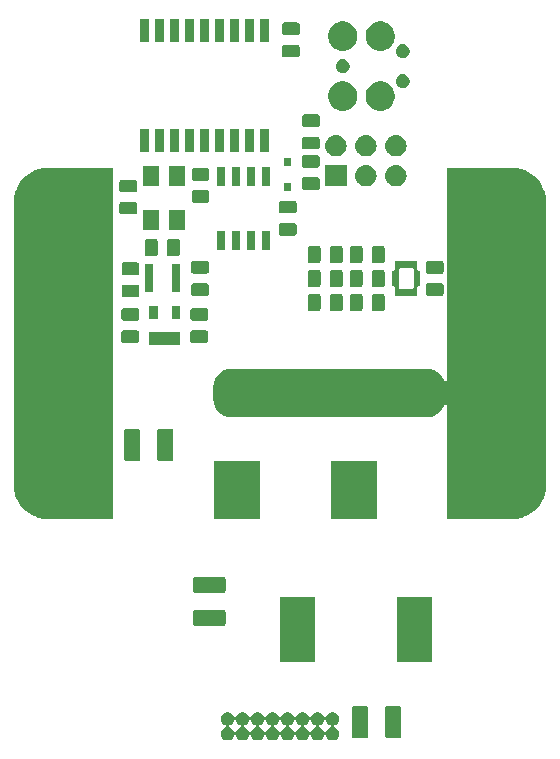
<source format=gbr>
G04 #@! TF.GenerationSoftware,KiCad,Pcbnew,(5.1.4)-1*
G04 #@! TF.CreationDate,2020-07-19T23:15:40-07:00*
G04 #@! TF.ProjectId,SkateLightMainBoard,536b6174-654c-4696-9768-744d61696e42,rev?*
G04 #@! TF.SameCoordinates,Original*
G04 #@! TF.FileFunction,Soldermask,Bot*
G04 #@! TF.FilePolarity,Negative*
%FSLAX46Y46*%
G04 Gerber Fmt 4.6, Leading zero omitted, Abs format (unit mm)*
G04 Created by KiCad (PCBNEW (5.1.4)-1) date 2020-07-19 23:15:40*
%MOMM*%
%LPD*%
G04 APERTURE LIST*
%ADD10C,0.100000*%
G04 APERTURE END LIST*
D10*
G36*
X-4281949Y-33075480D02*
G01*
X-4231080Y-33096551D01*
X-4180214Y-33117620D01*
X-4088658Y-33178796D01*
X-4010796Y-33256658D01*
X-3949620Y-33348214D01*
X-3925484Y-33406485D01*
X-3913932Y-33428095D01*
X-3898387Y-33447037D01*
X-3879445Y-33462582D01*
X-3857834Y-33474133D01*
X-3834385Y-33481246D01*
X-3809999Y-33483648D01*
X-3785613Y-33481246D01*
X-3762164Y-33474133D01*
X-3740554Y-33462581D01*
X-3721612Y-33447036D01*
X-3706067Y-33428094D01*
X-3694516Y-33406485D01*
X-3670380Y-33348214D01*
X-3609204Y-33256658D01*
X-3531342Y-33178796D01*
X-3439786Y-33117620D01*
X-3388920Y-33096551D01*
X-3338051Y-33075480D01*
X-3230059Y-33054000D01*
X-3119941Y-33054000D01*
X-3011949Y-33075480D01*
X-2961080Y-33096551D01*
X-2910214Y-33117620D01*
X-2818658Y-33178796D01*
X-2740796Y-33256658D01*
X-2679620Y-33348214D01*
X-2655484Y-33406485D01*
X-2643932Y-33428095D01*
X-2628387Y-33447037D01*
X-2609445Y-33462582D01*
X-2587834Y-33474133D01*
X-2564385Y-33481246D01*
X-2539999Y-33483648D01*
X-2515613Y-33481246D01*
X-2492164Y-33474133D01*
X-2470554Y-33462581D01*
X-2451612Y-33447036D01*
X-2436067Y-33428094D01*
X-2424516Y-33406485D01*
X-2400380Y-33348214D01*
X-2339204Y-33256658D01*
X-2261342Y-33178796D01*
X-2169786Y-33117620D01*
X-2118920Y-33096551D01*
X-2068051Y-33075480D01*
X-1960059Y-33054000D01*
X-1849941Y-33054000D01*
X-1741949Y-33075480D01*
X-1691080Y-33096551D01*
X-1640214Y-33117620D01*
X-1548658Y-33178796D01*
X-1470796Y-33256658D01*
X-1409620Y-33348214D01*
X-1385484Y-33406485D01*
X-1373932Y-33428095D01*
X-1358387Y-33447037D01*
X-1339445Y-33462582D01*
X-1317834Y-33474133D01*
X-1294385Y-33481246D01*
X-1269999Y-33483648D01*
X-1245613Y-33481246D01*
X-1222164Y-33474133D01*
X-1200554Y-33462581D01*
X-1181612Y-33447036D01*
X-1166067Y-33428094D01*
X-1154516Y-33406485D01*
X-1130380Y-33348214D01*
X-1069204Y-33256658D01*
X-991342Y-33178796D01*
X-899786Y-33117620D01*
X-848920Y-33096551D01*
X-798051Y-33075480D01*
X-690059Y-33054000D01*
X-579941Y-33054000D01*
X-471949Y-33075480D01*
X-421080Y-33096551D01*
X-370214Y-33117620D01*
X-278658Y-33178796D01*
X-200796Y-33256658D01*
X-139620Y-33348214D01*
X-115484Y-33406485D01*
X-103932Y-33428095D01*
X-88387Y-33447037D01*
X-69445Y-33462582D01*
X-47834Y-33474133D01*
X-24385Y-33481246D01*
X1Y-33483648D01*
X24387Y-33481246D01*
X47836Y-33474133D01*
X69446Y-33462581D01*
X88388Y-33447036D01*
X103933Y-33428094D01*
X115484Y-33406485D01*
X139620Y-33348214D01*
X200796Y-33256658D01*
X278658Y-33178796D01*
X370214Y-33117620D01*
X421080Y-33096551D01*
X471949Y-33075480D01*
X579941Y-33054000D01*
X690059Y-33054000D01*
X798051Y-33075480D01*
X848920Y-33096551D01*
X899786Y-33117620D01*
X991342Y-33178796D01*
X1069204Y-33256658D01*
X1130380Y-33348214D01*
X1154516Y-33406485D01*
X1166068Y-33428095D01*
X1181613Y-33447037D01*
X1200555Y-33462582D01*
X1222166Y-33474133D01*
X1245615Y-33481246D01*
X1270001Y-33483648D01*
X1294387Y-33481246D01*
X1317836Y-33474133D01*
X1339446Y-33462581D01*
X1358388Y-33447036D01*
X1373933Y-33428094D01*
X1385484Y-33406485D01*
X1409620Y-33348214D01*
X1470796Y-33256658D01*
X1548658Y-33178796D01*
X1640214Y-33117620D01*
X1691080Y-33096551D01*
X1741949Y-33075480D01*
X1849941Y-33054000D01*
X1960059Y-33054000D01*
X2068051Y-33075480D01*
X2118920Y-33096551D01*
X2169786Y-33117620D01*
X2261342Y-33178796D01*
X2339204Y-33256658D01*
X2400380Y-33348214D01*
X2424516Y-33406485D01*
X2436068Y-33428095D01*
X2451613Y-33447037D01*
X2470555Y-33462582D01*
X2492166Y-33474133D01*
X2515615Y-33481246D01*
X2540001Y-33483648D01*
X2564387Y-33481246D01*
X2587836Y-33474133D01*
X2609446Y-33462581D01*
X2628388Y-33447036D01*
X2643933Y-33428094D01*
X2655484Y-33406485D01*
X2679620Y-33348214D01*
X2740796Y-33256658D01*
X2818658Y-33178796D01*
X2910214Y-33117620D01*
X2961080Y-33096551D01*
X3011949Y-33075480D01*
X3119941Y-33054000D01*
X3230059Y-33054000D01*
X3338051Y-33075480D01*
X3388920Y-33096551D01*
X3439786Y-33117620D01*
X3531342Y-33178796D01*
X3609204Y-33256658D01*
X3670380Y-33348214D01*
X3694516Y-33406485D01*
X3706068Y-33428095D01*
X3721613Y-33447037D01*
X3740555Y-33462582D01*
X3762166Y-33474133D01*
X3785615Y-33481246D01*
X3810001Y-33483648D01*
X3834387Y-33481246D01*
X3857836Y-33474133D01*
X3879446Y-33462581D01*
X3898388Y-33447036D01*
X3913933Y-33428094D01*
X3925484Y-33406485D01*
X3949620Y-33348214D01*
X4010796Y-33256658D01*
X4088658Y-33178796D01*
X4180214Y-33117620D01*
X4231080Y-33096551D01*
X4281949Y-33075480D01*
X4389941Y-33054000D01*
X4500059Y-33054000D01*
X4608051Y-33075480D01*
X4658920Y-33096551D01*
X4709786Y-33117620D01*
X4801342Y-33178796D01*
X4879204Y-33256658D01*
X4940380Y-33348214D01*
X4961449Y-33399080D01*
X4982520Y-33449949D01*
X5004000Y-33557941D01*
X5004000Y-33668059D01*
X4982520Y-33776051D01*
X4973467Y-33797906D01*
X4940380Y-33877786D01*
X4879204Y-33969342D01*
X4801342Y-34047204D01*
X4709786Y-34108380D01*
X4651515Y-34132516D01*
X4629905Y-34144068D01*
X4610963Y-34159613D01*
X4595418Y-34178555D01*
X4583867Y-34200166D01*
X4576754Y-34223615D01*
X4574352Y-34248001D01*
X4576754Y-34272387D01*
X4583867Y-34295836D01*
X4595419Y-34317446D01*
X4610964Y-34336388D01*
X4629906Y-34351933D01*
X4651513Y-34363483D01*
X4709786Y-34387620D01*
X4801342Y-34448796D01*
X4879204Y-34526658D01*
X4940380Y-34618214D01*
X4961449Y-34669080D01*
X4982520Y-34719949D01*
X5004000Y-34827941D01*
X5004000Y-34938059D01*
X4982520Y-35046051D01*
X4973467Y-35067906D01*
X4940380Y-35147786D01*
X4879204Y-35239342D01*
X4801342Y-35317204D01*
X4709786Y-35378380D01*
X4658920Y-35399449D01*
X4608051Y-35420520D01*
X4500059Y-35442000D01*
X4389941Y-35442000D01*
X4281949Y-35420520D01*
X4231080Y-35399449D01*
X4180214Y-35378380D01*
X4088658Y-35317204D01*
X4010796Y-35239342D01*
X3949620Y-35147786D01*
X3925483Y-35089513D01*
X3913932Y-35067905D01*
X3898387Y-35048963D01*
X3879445Y-35033418D01*
X3857834Y-35021867D01*
X3834385Y-35014754D01*
X3809999Y-35012352D01*
X3785613Y-35014754D01*
X3762164Y-35021867D01*
X3740554Y-35033419D01*
X3721612Y-35048964D01*
X3706067Y-35067906D01*
X3694517Y-35089513D01*
X3670380Y-35147786D01*
X3609204Y-35239342D01*
X3531342Y-35317204D01*
X3439786Y-35378380D01*
X3388920Y-35399449D01*
X3338051Y-35420520D01*
X3230059Y-35442000D01*
X3119941Y-35442000D01*
X3011949Y-35420520D01*
X2961080Y-35399449D01*
X2910214Y-35378380D01*
X2818658Y-35317204D01*
X2740796Y-35239342D01*
X2679620Y-35147786D01*
X2655483Y-35089513D01*
X2643932Y-35067905D01*
X2628387Y-35048963D01*
X2609445Y-35033418D01*
X2587834Y-35021867D01*
X2564385Y-35014754D01*
X2539999Y-35012352D01*
X2515613Y-35014754D01*
X2492164Y-35021867D01*
X2470554Y-35033419D01*
X2451612Y-35048964D01*
X2436067Y-35067906D01*
X2424517Y-35089513D01*
X2400380Y-35147786D01*
X2339204Y-35239342D01*
X2261342Y-35317204D01*
X2169786Y-35378380D01*
X2118920Y-35399449D01*
X2068051Y-35420520D01*
X1960059Y-35442000D01*
X1849941Y-35442000D01*
X1741949Y-35420520D01*
X1691080Y-35399449D01*
X1640214Y-35378380D01*
X1548658Y-35317204D01*
X1470796Y-35239342D01*
X1409620Y-35147786D01*
X1385483Y-35089513D01*
X1373932Y-35067905D01*
X1358387Y-35048963D01*
X1339445Y-35033418D01*
X1317834Y-35021867D01*
X1294385Y-35014754D01*
X1269999Y-35012352D01*
X1245613Y-35014754D01*
X1222164Y-35021867D01*
X1200554Y-35033419D01*
X1181612Y-35048964D01*
X1166067Y-35067906D01*
X1154517Y-35089513D01*
X1130380Y-35147786D01*
X1069204Y-35239342D01*
X991342Y-35317204D01*
X899786Y-35378380D01*
X848920Y-35399449D01*
X798051Y-35420520D01*
X690059Y-35442000D01*
X579941Y-35442000D01*
X471949Y-35420520D01*
X421080Y-35399449D01*
X370214Y-35378380D01*
X278658Y-35317204D01*
X200796Y-35239342D01*
X139620Y-35147786D01*
X115483Y-35089513D01*
X103932Y-35067905D01*
X88387Y-35048963D01*
X69445Y-35033418D01*
X47834Y-35021867D01*
X24385Y-35014754D01*
X-1Y-35012352D01*
X-24387Y-35014754D01*
X-47836Y-35021867D01*
X-69446Y-35033419D01*
X-88388Y-35048964D01*
X-103933Y-35067906D01*
X-115483Y-35089513D01*
X-139620Y-35147786D01*
X-200796Y-35239342D01*
X-278658Y-35317204D01*
X-370214Y-35378380D01*
X-421080Y-35399449D01*
X-471949Y-35420520D01*
X-579941Y-35442000D01*
X-690059Y-35442000D01*
X-798051Y-35420520D01*
X-848920Y-35399449D01*
X-899786Y-35378380D01*
X-991342Y-35317204D01*
X-1069204Y-35239342D01*
X-1130380Y-35147786D01*
X-1154517Y-35089513D01*
X-1166068Y-35067905D01*
X-1181613Y-35048963D01*
X-1200555Y-35033418D01*
X-1222166Y-35021867D01*
X-1245615Y-35014754D01*
X-1270001Y-35012352D01*
X-1294387Y-35014754D01*
X-1317836Y-35021867D01*
X-1339446Y-35033419D01*
X-1358388Y-35048964D01*
X-1373933Y-35067906D01*
X-1385483Y-35089513D01*
X-1409620Y-35147786D01*
X-1470796Y-35239342D01*
X-1548658Y-35317204D01*
X-1640214Y-35378380D01*
X-1691080Y-35399449D01*
X-1741949Y-35420520D01*
X-1849941Y-35442000D01*
X-1960059Y-35442000D01*
X-2068051Y-35420520D01*
X-2118920Y-35399449D01*
X-2169786Y-35378380D01*
X-2261342Y-35317204D01*
X-2339204Y-35239342D01*
X-2400380Y-35147786D01*
X-2424517Y-35089513D01*
X-2436068Y-35067905D01*
X-2451613Y-35048963D01*
X-2470555Y-35033418D01*
X-2492166Y-35021867D01*
X-2515615Y-35014754D01*
X-2540001Y-35012352D01*
X-2564387Y-35014754D01*
X-2587836Y-35021867D01*
X-2609446Y-35033419D01*
X-2628388Y-35048964D01*
X-2643933Y-35067906D01*
X-2655483Y-35089513D01*
X-2679620Y-35147786D01*
X-2740796Y-35239342D01*
X-2818658Y-35317204D01*
X-2910214Y-35378380D01*
X-2961080Y-35399449D01*
X-3011949Y-35420520D01*
X-3119941Y-35442000D01*
X-3230059Y-35442000D01*
X-3338051Y-35420520D01*
X-3388920Y-35399449D01*
X-3439786Y-35378380D01*
X-3531342Y-35317204D01*
X-3609204Y-35239342D01*
X-3670380Y-35147786D01*
X-3694517Y-35089513D01*
X-3706068Y-35067905D01*
X-3721613Y-35048963D01*
X-3740555Y-35033418D01*
X-3762166Y-35021867D01*
X-3785615Y-35014754D01*
X-3810001Y-35012352D01*
X-3834387Y-35014754D01*
X-3857836Y-35021867D01*
X-3879446Y-35033419D01*
X-3898388Y-35048964D01*
X-3913933Y-35067906D01*
X-3925483Y-35089513D01*
X-3949620Y-35147786D01*
X-4010796Y-35239342D01*
X-4088658Y-35317204D01*
X-4180214Y-35378380D01*
X-4231080Y-35399449D01*
X-4281949Y-35420520D01*
X-4389941Y-35442000D01*
X-4500059Y-35442000D01*
X-4608051Y-35420520D01*
X-4658920Y-35399449D01*
X-4709786Y-35378380D01*
X-4801342Y-35317204D01*
X-4879204Y-35239342D01*
X-4940380Y-35147786D01*
X-4973467Y-35067906D01*
X-4982520Y-35046051D01*
X-5004000Y-34938059D01*
X-5004000Y-34827941D01*
X-4982520Y-34719949D01*
X-4961449Y-34669080D01*
X-4940380Y-34618214D01*
X-4879204Y-34526658D01*
X-4801342Y-34448796D01*
X-4709786Y-34387620D01*
X-4651513Y-34363483D01*
X-4629905Y-34351932D01*
X-4610963Y-34336387D01*
X-4595418Y-34317445D01*
X-4583867Y-34295834D01*
X-4576754Y-34272385D01*
X-4574353Y-34248001D01*
X-4315648Y-34248001D01*
X-4313246Y-34272387D01*
X-4306133Y-34295836D01*
X-4294581Y-34317446D01*
X-4279036Y-34336388D01*
X-4260094Y-34351933D01*
X-4238487Y-34363483D01*
X-4180214Y-34387620D01*
X-4088658Y-34448796D01*
X-4010796Y-34526658D01*
X-3949620Y-34618214D01*
X-3925484Y-34676485D01*
X-3913932Y-34698095D01*
X-3898387Y-34717037D01*
X-3879445Y-34732582D01*
X-3857834Y-34744133D01*
X-3834385Y-34751246D01*
X-3809999Y-34753648D01*
X-3785613Y-34751246D01*
X-3762164Y-34744133D01*
X-3740554Y-34732581D01*
X-3721612Y-34717036D01*
X-3706067Y-34698094D01*
X-3694516Y-34676485D01*
X-3670380Y-34618214D01*
X-3609204Y-34526658D01*
X-3531342Y-34448796D01*
X-3439786Y-34387620D01*
X-3381513Y-34363483D01*
X-3359905Y-34351932D01*
X-3340963Y-34336387D01*
X-3325418Y-34317445D01*
X-3313867Y-34295834D01*
X-3306754Y-34272385D01*
X-3304353Y-34248001D01*
X-3045648Y-34248001D01*
X-3043246Y-34272387D01*
X-3036133Y-34295836D01*
X-3024581Y-34317446D01*
X-3009036Y-34336388D01*
X-2990094Y-34351933D01*
X-2968487Y-34363483D01*
X-2910214Y-34387620D01*
X-2818658Y-34448796D01*
X-2740796Y-34526658D01*
X-2679620Y-34618214D01*
X-2655484Y-34676485D01*
X-2643932Y-34698095D01*
X-2628387Y-34717037D01*
X-2609445Y-34732582D01*
X-2587834Y-34744133D01*
X-2564385Y-34751246D01*
X-2539999Y-34753648D01*
X-2515613Y-34751246D01*
X-2492164Y-34744133D01*
X-2470554Y-34732581D01*
X-2451612Y-34717036D01*
X-2436067Y-34698094D01*
X-2424516Y-34676485D01*
X-2400380Y-34618214D01*
X-2339204Y-34526658D01*
X-2261342Y-34448796D01*
X-2169786Y-34387620D01*
X-2111513Y-34363483D01*
X-2089905Y-34351932D01*
X-2070963Y-34336387D01*
X-2055418Y-34317445D01*
X-2043867Y-34295834D01*
X-2036754Y-34272385D01*
X-2034353Y-34248001D01*
X-1775648Y-34248001D01*
X-1773246Y-34272387D01*
X-1766133Y-34295836D01*
X-1754581Y-34317446D01*
X-1739036Y-34336388D01*
X-1720094Y-34351933D01*
X-1698487Y-34363483D01*
X-1640214Y-34387620D01*
X-1548658Y-34448796D01*
X-1470796Y-34526658D01*
X-1409620Y-34618214D01*
X-1385484Y-34676485D01*
X-1373932Y-34698095D01*
X-1358387Y-34717037D01*
X-1339445Y-34732582D01*
X-1317834Y-34744133D01*
X-1294385Y-34751246D01*
X-1269999Y-34753648D01*
X-1245613Y-34751246D01*
X-1222164Y-34744133D01*
X-1200554Y-34732581D01*
X-1181612Y-34717036D01*
X-1166067Y-34698094D01*
X-1154516Y-34676485D01*
X-1130380Y-34618214D01*
X-1069204Y-34526658D01*
X-991342Y-34448796D01*
X-899786Y-34387620D01*
X-841513Y-34363483D01*
X-819905Y-34351932D01*
X-800963Y-34336387D01*
X-785418Y-34317445D01*
X-773867Y-34295834D01*
X-766754Y-34272385D01*
X-764353Y-34248001D01*
X-505648Y-34248001D01*
X-503246Y-34272387D01*
X-496133Y-34295836D01*
X-484581Y-34317446D01*
X-469036Y-34336388D01*
X-450094Y-34351933D01*
X-428487Y-34363483D01*
X-370214Y-34387620D01*
X-278658Y-34448796D01*
X-200796Y-34526658D01*
X-139620Y-34618214D01*
X-115484Y-34676485D01*
X-103932Y-34698095D01*
X-88387Y-34717037D01*
X-69445Y-34732582D01*
X-47834Y-34744133D01*
X-24385Y-34751246D01*
X1Y-34753648D01*
X24387Y-34751246D01*
X47836Y-34744133D01*
X69446Y-34732581D01*
X88388Y-34717036D01*
X103933Y-34698094D01*
X115484Y-34676485D01*
X139620Y-34618214D01*
X200796Y-34526658D01*
X278658Y-34448796D01*
X370214Y-34387620D01*
X428487Y-34363483D01*
X450095Y-34351932D01*
X469037Y-34336387D01*
X484582Y-34317445D01*
X496133Y-34295834D01*
X503246Y-34272385D01*
X505647Y-34248001D01*
X764352Y-34248001D01*
X766754Y-34272387D01*
X773867Y-34295836D01*
X785419Y-34317446D01*
X800964Y-34336388D01*
X819906Y-34351933D01*
X841513Y-34363483D01*
X899786Y-34387620D01*
X991342Y-34448796D01*
X1069204Y-34526658D01*
X1130380Y-34618214D01*
X1154516Y-34676485D01*
X1166068Y-34698095D01*
X1181613Y-34717037D01*
X1200555Y-34732582D01*
X1222166Y-34744133D01*
X1245615Y-34751246D01*
X1270001Y-34753648D01*
X1294387Y-34751246D01*
X1317836Y-34744133D01*
X1339446Y-34732581D01*
X1358388Y-34717036D01*
X1373933Y-34698094D01*
X1385484Y-34676485D01*
X1409620Y-34618214D01*
X1470796Y-34526658D01*
X1548658Y-34448796D01*
X1640214Y-34387620D01*
X1698487Y-34363483D01*
X1720095Y-34351932D01*
X1739037Y-34336387D01*
X1754582Y-34317445D01*
X1766133Y-34295834D01*
X1773246Y-34272385D01*
X1775647Y-34248001D01*
X2034352Y-34248001D01*
X2036754Y-34272387D01*
X2043867Y-34295836D01*
X2055419Y-34317446D01*
X2070964Y-34336388D01*
X2089906Y-34351933D01*
X2111513Y-34363483D01*
X2169786Y-34387620D01*
X2261342Y-34448796D01*
X2339204Y-34526658D01*
X2400380Y-34618214D01*
X2424516Y-34676485D01*
X2436068Y-34698095D01*
X2451613Y-34717037D01*
X2470555Y-34732582D01*
X2492166Y-34744133D01*
X2515615Y-34751246D01*
X2540001Y-34753648D01*
X2564387Y-34751246D01*
X2587836Y-34744133D01*
X2609446Y-34732581D01*
X2628388Y-34717036D01*
X2643933Y-34698094D01*
X2655484Y-34676485D01*
X2679620Y-34618214D01*
X2740796Y-34526658D01*
X2818658Y-34448796D01*
X2910214Y-34387620D01*
X2968487Y-34363483D01*
X2990095Y-34351932D01*
X3009037Y-34336387D01*
X3024582Y-34317445D01*
X3036133Y-34295834D01*
X3043246Y-34272385D01*
X3045647Y-34248001D01*
X3304352Y-34248001D01*
X3306754Y-34272387D01*
X3313867Y-34295836D01*
X3325419Y-34317446D01*
X3340964Y-34336388D01*
X3359906Y-34351933D01*
X3381513Y-34363483D01*
X3439786Y-34387620D01*
X3531342Y-34448796D01*
X3609204Y-34526658D01*
X3670380Y-34618214D01*
X3694516Y-34676485D01*
X3706068Y-34698095D01*
X3721613Y-34717037D01*
X3740555Y-34732582D01*
X3762166Y-34744133D01*
X3785615Y-34751246D01*
X3810001Y-34753648D01*
X3834387Y-34751246D01*
X3857836Y-34744133D01*
X3879446Y-34732581D01*
X3898388Y-34717036D01*
X3913933Y-34698094D01*
X3925484Y-34676485D01*
X3949620Y-34618214D01*
X4010796Y-34526658D01*
X4088658Y-34448796D01*
X4180214Y-34387620D01*
X4238487Y-34363483D01*
X4260095Y-34351932D01*
X4279037Y-34336387D01*
X4294582Y-34317445D01*
X4306133Y-34295834D01*
X4313246Y-34272385D01*
X4315648Y-34247999D01*
X4313246Y-34223613D01*
X4306133Y-34200164D01*
X4294581Y-34178554D01*
X4279036Y-34159612D01*
X4260094Y-34144067D01*
X4238485Y-34132516D01*
X4180214Y-34108380D01*
X4088658Y-34047204D01*
X4010796Y-33969342D01*
X3949620Y-33877786D01*
X3925483Y-33819513D01*
X3913932Y-33797905D01*
X3898387Y-33778963D01*
X3879445Y-33763418D01*
X3857834Y-33751867D01*
X3834385Y-33744754D01*
X3809999Y-33742352D01*
X3785613Y-33744754D01*
X3762164Y-33751867D01*
X3740554Y-33763419D01*
X3721612Y-33778964D01*
X3706067Y-33797906D01*
X3694517Y-33819513D01*
X3670380Y-33877786D01*
X3609204Y-33969342D01*
X3531342Y-34047204D01*
X3439786Y-34108380D01*
X3381515Y-34132516D01*
X3359905Y-34144068D01*
X3340963Y-34159613D01*
X3325418Y-34178555D01*
X3313867Y-34200166D01*
X3306754Y-34223615D01*
X3304352Y-34248001D01*
X3045647Y-34248001D01*
X3045648Y-34247999D01*
X3043246Y-34223613D01*
X3036133Y-34200164D01*
X3024581Y-34178554D01*
X3009036Y-34159612D01*
X2990094Y-34144067D01*
X2968485Y-34132516D01*
X2910214Y-34108380D01*
X2818658Y-34047204D01*
X2740796Y-33969342D01*
X2679620Y-33877786D01*
X2655483Y-33819513D01*
X2643932Y-33797905D01*
X2628387Y-33778963D01*
X2609445Y-33763418D01*
X2587834Y-33751867D01*
X2564385Y-33744754D01*
X2539999Y-33742352D01*
X2515613Y-33744754D01*
X2492164Y-33751867D01*
X2470554Y-33763419D01*
X2451612Y-33778964D01*
X2436067Y-33797906D01*
X2424517Y-33819513D01*
X2400380Y-33877786D01*
X2339204Y-33969342D01*
X2261342Y-34047204D01*
X2169786Y-34108380D01*
X2111515Y-34132516D01*
X2089905Y-34144068D01*
X2070963Y-34159613D01*
X2055418Y-34178555D01*
X2043867Y-34200166D01*
X2036754Y-34223615D01*
X2034352Y-34248001D01*
X1775647Y-34248001D01*
X1775648Y-34247999D01*
X1773246Y-34223613D01*
X1766133Y-34200164D01*
X1754581Y-34178554D01*
X1739036Y-34159612D01*
X1720094Y-34144067D01*
X1698485Y-34132516D01*
X1640214Y-34108380D01*
X1548658Y-34047204D01*
X1470796Y-33969342D01*
X1409620Y-33877786D01*
X1385483Y-33819513D01*
X1373932Y-33797905D01*
X1358387Y-33778963D01*
X1339445Y-33763418D01*
X1317834Y-33751867D01*
X1294385Y-33744754D01*
X1269999Y-33742352D01*
X1245613Y-33744754D01*
X1222164Y-33751867D01*
X1200554Y-33763419D01*
X1181612Y-33778964D01*
X1166067Y-33797906D01*
X1154517Y-33819513D01*
X1130380Y-33877786D01*
X1069204Y-33969342D01*
X991342Y-34047204D01*
X899786Y-34108380D01*
X841515Y-34132516D01*
X819905Y-34144068D01*
X800963Y-34159613D01*
X785418Y-34178555D01*
X773867Y-34200166D01*
X766754Y-34223615D01*
X764352Y-34248001D01*
X505647Y-34248001D01*
X505648Y-34247999D01*
X503246Y-34223613D01*
X496133Y-34200164D01*
X484581Y-34178554D01*
X469036Y-34159612D01*
X450094Y-34144067D01*
X428485Y-34132516D01*
X370214Y-34108380D01*
X278658Y-34047204D01*
X200796Y-33969342D01*
X139620Y-33877786D01*
X115483Y-33819513D01*
X103932Y-33797905D01*
X88387Y-33778963D01*
X69445Y-33763418D01*
X47834Y-33751867D01*
X24385Y-33744754D01*
X-1Y-33742352D01*
X-24387Y-33744754D01*
X-47836Y-33751867D01*
X-69446Y-33763419D01*
X-88388Y-33778964D01*
X-103933Y-33797906D01*
X-115483Y-33819513D01*
X-139620Y-33877786D01*
X-200796Y-33969342D01*
X-278658Y-34047204D01*
X-370214Y-34108380D01*
X-428485Y-34132516D01*
X-450095Y-34144068D01*
X-469037Y-34159613D01*
X-484582Y-34178555D01*
X-496133Y-34200166D01*
X-503246Y-34223615D01*
X-505648Y-34248001D01*
X-764353Y-34248001D01*
X-764352Y-34247999D01*
X-766754Y-34223613D01*
X-773867Y-34200164D01*
X-785419Y-34178554D01*
X-800964Y-34159612D01*
X-819906Y-34144067D01*
X-841515Y-34132516D01*
X-899786Y-34108380D01*
X-991342Y-34047204D01*
X-1069204Y-33969342D01*
X-1130380Y-33877786D01*
X-1154517Y-33819513D01*
X-1166068Y-33797905D01*
X-1181613Y-33778963D01*
X-1200555Y-33763418D01*
X-1222166Y-33751867D01*
X-1245615Y-33744754D01*
X-1270001Y-33742352D01*
X-1294387Y-33744754D01*
X-1317836Y-33751867D01*
X-1339446Y-33763419D01*
X-1358388Y-33778964D01*
X-1373933Y-33797906D01*
X-1385483Y-33819513D01*
X-1409620Y-33877786D01*
X-1470796Y-33969342D01*
X-1548658Y-34047204D01*
X-1640214Y-34108380D01*
X-1698485Y-34132516D01*
X-1720095Y-34144068D01*
X-1739037Y-34159613D01*
X-1754582Y-34178555D01*
X-1766133Y-34200166D01*
X-1773246Y-34223615D01*
X-1775648Y-34248001D01*
X-2034353Y-34248001D01*
X-2034352Y-34247999D01*
X-2036754Y-34223613D01*
X-2043867Y-34200164D01*
X-2055419Y-34178554D01*
X-2070964Y-34159612D01*
X-2089906Y-34144067D01*
X-2111515Y-34132516D01*
X-2169786Y-34108380D01*
X-2261342Y-34047204D01*
X-2339204Y-33969342D01*
X-2400380Y-33877786D01*
X-2424517Y-33819513D01*
X-2436068Y-33797905D01*
X-2451613Y-33778963D01*
X-2470555Y-33763418D01*
X-2492166Y-33751867D01*
X-2515615Y-33744754D01*
X-2540001Y-33742352D01*
X-2564387Y-33744754D01*
X-2587836Y-33751867D01*
X-2609446Y-33763419D01*
X-2628388Y-33778964D01*
X-2643933Y-33797906D01*
X-2655483Y-33819513D01*
X-2679620Y-33877786D01*
X-2740796Y-33969342D01*
X-2818658Y-34047204D01*
X-2910214Y-34108380D01*
X-2968485Y-34132516D01*
X-2990095Y-34144068D01*
X-3009037Y-34159613D01*
X-3024582Y-34178555D01*
X-3036133Y-34200166D01*
X-3043246Y-34223615D01*
X-3045648Y-34248001D01*
X-3304353Y-34248001D01*
X-3304352Y-34247999D01*
X-3306754Y-34223613D01*
X-3313867Y-34200164D01*
X-3325419Y-34178554D01*
X-3340964Y-34159612D01*
X-3359906Y-34144067D01*
X-3381515Y-34132516D01*
X-3439786Y-34108380D01*
X-3531342Y-34047204D01*
X-3609204Y-33969342D01*
X-3670380Y-33877786D01*
X-3694517Y-33819513D01*
X-3706068Y-33797905D01*
X-3721613Y-33778963D01*
X-3740555Y-33763418D01*
X-3762166Y-33751867D01*
X-3785615Y-33744754D01*
X-3810001Y-33742352D01*
X-3834387Y-33744754D01*
X-3857836Y-33751867D01*
X-3879446Y-33763419D01*
X-3898388Y-33778964D01*
X-3913933Y-33797906D01*
X-3925483Y-33819513D01*
X-3949620Y-33877786D01*
X-4010796Y-33969342D01*
X-4088658Y-34047204D01*
X-4180214Y-34108380D01*
X-4238485Y-34132516D01*
X-4260095Y-34144068D01*
X-4279037Y-34159613D01*
X-4294582Y-34178555D01*
X-4306133Y-34200166D01*
X-4313246Y-34223615D01*
X-4315648Y-34248001D01*
X-4574353Y-34248001D01*
X-4574352Y-34247999D01*
X-4576754Y-34223613D01*
X-4583867Y-34200164D01*
X-4595419Y-34178554D01*
X-4610964Y-34159612D01*
X-4629906Y-34144067D01*
X-4651515Y-34132516D01*
X-4709786Y-34108380D01*
X-4801342Y-34047204D01*
X-4879204Y-33969342D01*
X-4940380Y-33877786D01*
X-4973467Y-33797906D01*
X-4982520Y-33776051D01*
X-5004000Y-33668059D01*
X-5004000Y-33557941D01*
X-4982520Y-33449949D01*
X-4961449Y-33399080D01*
X-4940380Y-33348214D01*
X-4879204Y-33256658D01*
X-4801342Y-33178796D01*
X-4709786Y-33117620D01*
X-4658920Y-33096551D01*
X-4608051Y-33075480D01*
X-4500059Y-33054000D01*
X-4389941Y-33054000D01*
X-4281949Y-33075480D01*
X-4281949Y-33075480D01*
G37*
G36*
X7294864Y-32517027D02*
G01*
X7331404Y-32528112D01*
X7365081Y-32546113D01*
X7394601Y-32570339D01*
X7418827Y-32599859D01*
X7436828Y-32633536D01*
X7447913Y-32670076D01*
X7452260Y-32714218D01*
X7452260Y-35063142D01*
X7447913Y-35107284D01*
X7436828Y-35143824D01*
X7418827Y-35177501D01*
X7394601Y-35207021D01*
X7365081Y-35231247D01*
X7331404Y-35249248D01*
X7294864Y-35260333D01*
X7250722Y-35264680D01*
X6301798Y-35264680D01*
X6257656Y-35260333D01*
X6221116Y-35249248D01*
X6187439Y-35231247D01*
X6157919Y-35207021D01*
X6133693Y-35177501D01*
X6115692Y-35143824D01*
X6104607Y-35107284D01*
X6100260Y-35063142D01*
X6100260Y-32714218D01*
X6104607Y-32670076D01*
X6115692Y-32633536D01*
X6133693Y-32599859D01*
X6157919Y-32570339D01*
X6187439Y-32546113D01*
X6221116Y-32528112D01*
X6257656Y-32517027D01*
X6301798Y-32512680D01*
X7250722Y-32512680D01*
X7294864Y-32517027D01*
X7294864Y-32517027D01*
G37*
G36*
X10094864Y-32517027D02*
G01*
X10131404Y-32528112D01*
X10165081Y-32546113D01*
X10194601Y-32570339D01*
X10218827Y-32599859D01*
X10236828Y-32633536D01*
X10247913Y-32670076D01*
X10252260Y-32714218D01*
X10252260Y-35063142D01*
X10247913Y-35107284D01*
X10236828Y-35143824D01*
X10218827Y-35177501D01*
X10194601Y-35207021D01*
X10165081Y-35231247D01*
X10131404Y-35249248D01*
X10094864Y-35260333D01*
X10050722Y-35264680D01*
X9101798Y-35264680D01*
X9057656Y-35260333D01*
X9021116Y-35249248D01*
X8987439Y-35231247D01*
X8957919Y-35207021D01*
X8933693Y-35177501D01*
X8915692Y-35143824D01*
X8904607Y-35107284D01*
X8900260Y-35063142D01*
X8900260Y-32714218D01*
X8904607Y-32670076D01*
X8915692Y-32633536D01*
X8933693Y-32599859D01*
X8957919Y-32570339D01*
X8987439Y-32546113D01*
X9021116Y-32528112D01*
X9057656Y-32517027D01*
X9101798Y-32512680D01*
X10050722Y-32512680D01*
X10094864Y-32517027D01*
X10094864Y-32517027D01*
G37*
G36*
X12902600Y-28786000D02*
G01*
X9900600Y-28786000D01*
X9900600Y-23284000D01*
X12902600Y-23284000D01*
X12902600Y-28786000D01*
X12902600Y-28786000D01*
G37*
G36*
X3002600Y-28786000D02*
G01*
X600Y-28786000D01*
X600Y-23284000D01*
X3002600Y-23284000D01*
X3002600Y-28786000D01*
X3002600Y-28786000D01*
G37*
G36*
X-4761396Y-24398347D02*
G01*
X-4724856Y-24409432D01*
X-4691179Y-24427433D01*
X-4661659Y-24451659D01*
X-4637433Y-24481179D01*
X-4619432Y-24514856D01*
X-4608347Y-24551396D01*
X-4604000Y-24595538D01*
X-4604000Y-25544462D01*
X-4608347Y-25588604D01*
X-4619432Y-25625144D01*
X-4637433Y-25658821D01*
X-4661659Y-25688341D01*
X-4691179Y-25712567D01*
X-4724856Y-25730568D01*
X-4761396Y-25741653D01*
X-4805538Y-25746000D01*
X-7154462Y-25746000D01*
X-7198604Y-25741653D01*
X-7235144Y-25730568D01*
X-7268821Y-25712567D01*
X-7298341Y-25688341D01*
X-7322567Y-25658821D01*
X-7340568Y-25625144D01*
X-7351653Y-25588604D01*
X-7356000Y-25544462D01*
X-7356000Y-24595538D01*
X-7351653Y-24551396D01*
X-7340568Y-24514856D01*
X-7322567Y-24481179D01*
X-7298341Y-24451659D01*
X-7268821Y-24427433D01*
X-7235144Y-24409432D01*
X-7198604Y-24398347D01*
X-7154462Y-24394000D01*
X-4805538Y-24394000D01*
X-4761396Y-24398347D01*
X-4761396Y-24398347D01*
G37*
G36*
X-4761396Y-21598347D02*
G01*
X-4724856Y-21609432D01*
X-4691179Y-21627433D01*
X-4661659Y-21651659D01*
X-4637433Y-21681179D01*
X-4619432Y-21714856D01*
X-4608347Y-21751396D01*
X-4604000Y-21795538D01*
X-4604000Y-22744462D01*
X-4608347Y-22788604D01*
X-4619432Y-22825144D01*
X-4637433Y-22858821D01*
X-4661659Y-22888341D01*
X-4691179Y-22912567D01*
X-4724856Y-22930568D01*
X-4761396Y-22941653D01*
X-4805538Y-22946000D01*
X-7154462Y-22946000D01*
X-7198604Y-22941653D01*
X-7235144Y-22930568D01*
X-7268821Y-22912567D01*
X-7298341Y-22888341D01*
X-7322567Y-22858821D01*
X-7340568Y-22825144D01*
X-7351653Y-22788604D01*
X-7356000Y-22744462D01*
X-7356000Y-21795538D01*
X-7351653Y-21751396D01*
X-7340568Y-21714856D01*
X-7322567Y-21681179D01*
X-7298341Y-21651659D01*
X-7268821Y-21627433D01*
X-7235144Y-21609432D01*
X-7198604Y-21598347D01*
X-7154462Y-21594000D01*
X-4805538Y-21594000D01*
X-4761396Y-21598347D01*
X-4761396Y-21598347D01*
G37*
G36*
X-14109500Y-16688000D02*
G01*
X-19965209Y-16688000D01*
X-20514855Y-16578669D01*
X-20729318Y-16489836D01*
X-21032613Y-16364207D01*
X-21498582Y-16052856D01*
X-21894856Y-15656582D01*
X-22206207Y-15190613D01*
X-22331836Y-14887318D01*
X-22420669Y-14672855D01*
X-22530000Y-14123209D01*
X-22530000Y10440209D01*
X-22420669Y10989855D01*
X-22304363Y11270643D01*
X-22206207Y11507613D01*
X-21894856Y11973582D01*
X-21498582Y12369856D01*
X-21032613Y12681207D01*
X-20714165Y12813112D01*
X-20514855Y12895669D01*
X-19965209Y13005000D01*
X-14109500Y13005000D01*
X-14109500Y-16688000D01*
X-14109500Y-16688000D01*
G37*
G36*
X20514855Y12895669D02*
G01*
X20714165Y12813112D01*
X21032613Y12681207D01*
X21498582Y12369856D01*
X21894856Y11973582D01*
X22206207Y11507613D01*
X22304363Y11270643D01*
X22420669Y10989855D01*
X22530000Y10440209D01*
X22530000Y-14123209D01*
X22420669Y-14672855D01*
X22331836Y-14887318D01*
X22206207Y-15190613D01*
X21894856Y-15656582D01*
X21498582Y-16052856D01*
X21032613Y-16364207D01*
X20729318Y-16489836D01*
X20514855Y-16578669D01*
X19965209Y-16688000D01*
X14109500Y-16688000D01*
X14109500Y-7123606D01*
X14107098Y-7099220D01*
X14099985Y-7075771D01*
X14088434Y-7054160D01*
X14072889Y-7035218D01*
X14053947Y-7019673D01*
X14032336Y-7008122D01*
X14008887Y-7001009D01*
X13984501Y-6998607D01*
X13960115Y-7001009D01*
X13936666Y-7008122D01*
X13915055Y-7019673D01*
X13896113Y-7035218D01*
X13880568Y-7054160D01*
X13864885Y-7087320D01*
X13845728Y-7150472D01*
X13706523Y-7410907D01*
X13519183Y-7639183D01*
X13290907Y-7826523D01*
X13030472Y-7965728D01*
X12747884Y-8051451D01*
X12447860Y-8081000D01*
X-4127860Y-8081000D01*
X-4427884Y-8051451D01*
X-4710472Y-7965728D01*
X-4970907Y-7826523D01*
X-5199183Y-7639183D01*
X-5386523Y-7410907D01*
X-5525728Y-7150472D01*
X-5611451Y-6867884D01*
X-5641000Y-6567860D01*
X-5641000Y-5492140D01*
X-5611451Y-5192116D01*
X-5525728Y-4909528D01*
X-5386523Y-4649093D01*
X-5199183Y-4420817D01*
X-4970907Y-4233477D01*
X-4710472Y-4094272D01*
X-4427884Y-4008549D01*
X-4127860Y-3979000D01*
X12447860Y-3979000D01*
X12747884Y-4008549D01*
X13030472Y-4094272D01*
X13290907Y-4233477D01*
X13519183Y-4420817D01*
X13706523Y-4649093D01*
X13845728Y-4909528D01*
X13864885Y-4972680D01*
X13874262Y-4995319D01*
X13887876Y-5015693D01*
X13905203Y-5033020D01*
X13925577Y-5046634D01*
X13948216Y-5056011D01*
X13972249Y-5060791D01*
X13996754Y-5060791D01*
X14020787Y-5056010D01*
X14043426Y-5046633D01*
X14063800Y-5033019D01*
X14081127Y-5015692D01*
X14094741Y-4995318D01*
X14104118Y-4972679D01*
X14109500Y-4936394D01*
X14109500Y13005000D01*
X19965209Y13005000D01*
X20514855Y12895669D01*
X20514855Y12895669D01*
G37*
G36*
X-1706140Y-16675000D02*
G01*
X-5608140Y-16675000D01*
X-5608140Y-11773000D01*
X-1706140Y-11773000D01*
X-1706140Y-16675000D01*
X-1706140Y-16675000D01*
G37*
G36*
X8193860Y-16675000D02*
G01*
X4291860Y-16675000D01*
X4291860Y-11773000D01*
X8193860Y-11773000D01*
X8193860Y-16675000D01*
X8193860Y-16675000D01*
G37*
G36*
X-9204056Y-9062667D02*
G01*
X-9167516Y-9073752D01*
X-9133839Y-9091753D01*
X-9104319Y-9115979D01*
X-9080093Y-9145499D01*
X-9062092Y-9179176D01*
X-9051007Y-9215716D01*
X-9046660Y-9259858D01*
X-9046660Y-11608782D01*
X-9051007Y-11652924D01*
X-9062092Y-11689464D01*
X-9080093Y-11723141D01*
X-9104319Y-11752661D01*
X-9133839Y-11776887D01*
X-9167516Y-11794888D01*
X-9204056Y-11805973D01*
X-9248198Y-11810320D01*
X-10197122Y-11810320D01*
X-10241264Y-11805973D01*
X-10277804Y-11794888D01*
X-10311481Y-11776887D01*
X-10341001Y-11752661D01*
X-10365227Y-11723141D01*
X-10383228Y-11689464D01*
X-10394313Y-11652924D01*
X-10398660Y-11608782D01*
X-10398660Y-9259858D01*
X-10394313Y-9215716D01*
X-10383228Y-9179176D01*
X-10365227Y-9145499D01*
X-10341001Y-9115979D01*
X-10311481Y-9091753D01*
X-10277804Y-9073752D01*
X-10241264Y-9062667D01*
X-10197122Y-9058320D01*
X-9248198Y-9058320D01*
X-9204056Y-9062667D01*
X-9204056Y-9062667D01*
G37*
G36*
X-12004056Y-9062667D02*
G01*
X-11967516Y-9073752D01*
X-11933839Y-9091753D01*
X-11904319Y-9115979D01*
X-11880093Y-9145499D01*
X-11862092Y-9179176D01*
X-11851007Y-9215716D01*
X-11846660Y-9259858D01*
X-11846660Y-11608782D01*
X-11851007Y-11652924D01*
X-11862092Y-11689464D01*
X-11880093Y-11723141D01*
X-11904319Y-11752661D01*
X-11933839Y-11776887D01*
X-11967516Y-11794888D01*
X-12004056Y-11805973D01*
X-12048198Y-11810320D01*
X-12997122Y-11810320D01*
X-13041264Y-11805973D01*
X-13077804Y-11794888D01*
X-13111481Y-11776887D01*
X-13141001Y-11752661D01*
X-13165227Y-11723141D01*
X-13183228Y-11689464D01*
X-13194313Y-11652924D01*
X-13198660Y-11608782D01*
X-13198660Y-9259858D01*
X-13194313Y-9215716D01*
X-13183228Y-9179176D01*
X-13165227Y-9145499D01*
X-13141001Y-9115979D01*
X-13111481Y-9091753D01*
X-13077804Y-9073752D01*
X-13041264Y-9062667D01*
X-12997122Y-9058320D01*
X-12048198Y-9058320D01*
X-12004056Y-9062667D01*
X-12004056Y-9062667D01*
G37*
G36*
X-8430000Y-2010580D02*
G01*
X-11082000Y-2010580D01*
X-11082000Y-848580D01*
X-8430000Y-848580D01*
X-8430000Y-2010580D01*
X-8430000Y-2010580D01*
G37*
G36*
X-6250532Y-733145D02*
G01*
X-6211862Y-744876D01*
X-6176223Y-763926D01*
X-6144983Y-789563D01*
X-6119346Y-820803D01*
X-6100296Y-856442D01*
X-6088565Y-895112D01*
X-6084000Y-941468D01*
X-6084000Y-1592692D01*
X-6088565Y-1639048D01*
X-6100296Y-1677718D01*
X-6119346Y-1713357D01*
X-6144983Y-1744597D01*
X-6176223Y-1770234D01*
X-6211862Y-1789284D01*
X-6250532Y-1801015D01*
X-6296888Y-1805580D01*
X-7373112Y-1805580D01*
X-7419468Y-1801015D01*
X-7458138Y-1789284D01*
X-7493777Y-1770234D01*
X-7525017Y-1744597D01*
X-7550654Y-1713357D01*
X-7569704Y-1677718D01*
X-7581435Y-1639048D01*
X-7586000Y-1592692D01*
X-7586000Y-941468D01*
X-7581435Y-895112D01*
X-7569704Y-856442D01*
X-7550654Y-820803D01*
X-7525017Y-789563D01*
X-7493777Y-763926D01*
X-7458138Y-744876D01*
X-7419468Y-733145D01*
X-7373112Y-728580D01*
X-6296888Y-728580D01*
X-6250532Y-733145D01*
X-6250532Y-733145D01*
G37*
G36*
X-12092532Y-733145D02*
G01*
X-12053862Y-744876D01*
X-12018223Y-763926D01*
X-11986983Y-789563D01*
X-11961346Y-820803D01*
X-11942296Y-856442D01*
X-11930565Y-895112D01*
X-11926000Y-941468D01*
X-11926000Y-1592692D01*
X-11930565Y-1639048D01*
X-11942296Y-1677718D01*
X-11961346Y-1713357D01*
X-11986983Y-1744597D01*
X-12018223Y-1770234D01*
X-12053862Y-1789284D01*
X-12092532Y-1801015D01*
X-12138888Y-1805580D01*
X-13215112Y-1805580D01*
X-13261468Y-1801015D01*
X-13300138Y-1789284D01*
X-13335777Y-1770234D01*
X-13367017Y-1744597D01*
X-13392654Y-1713357D01*
X-13411704Y-1677718D01*
X-13423435Y-1639048D01*
X-13428000Y-1592692D01*
X-13428000Y-941468D01*
X-13423435Y-895112D01*
X-13411704Y-856442D01*
X-13392654Y-820803D01*
X-13367017Y-789563D01*
X-13335777Y-763926D01*
X-13300138Y-744876D01*
X-13261468Y-733145D01*
X-13215112Y-728580D01*
X-12138888Y-728580D01*
X-12092532Y-733145D01*
X-12092532Y-733145D01*
G37*
G36*
X-6250532Y1141855D02*
G01*
X-6211862Y1130124D01*
X-6176223Y1111074D01*
X-6144983Y1085437D01*
X-6119346Y1054197D01*
X-6100296Y1018558D01*
X-6088565Y979888D01*
X-6084000Y933532D01*
X-6084000Y282308D01*
X-6088565Y235952D01*
X-6100296Y197282D01*
X-6119346Y161643D01*
X-6144983Y130403D01*
X-6176223Y104766D01*
X-6211862Y85716D01*
X-6250532Y73985D01*
X-6296888Y69420D01*
X-7373112Y69420D01*
X-7419468Y73985D01*
X-7458138Y85716D01*
X-7493777Y104766D01*
X-7525017Y130403D01*
X-7550654Y161643D01*
X-7569704Y197282D01*
X-7581435Y235952D01*
X-7586000Y282308D01*
X-7586000Y933532D01*
X-7581435Y979888D01*
X-7569704Y1018558D01*
X-7550654Y1054197D01*
X-7525017Y1085437D01*
X-7493777Y1111074D01*
X-7458138Y1130124D01*
X-7419468Y1141855D01*
X-7373112Y1146420D01*
X-6296888Y1146420D01*
X-6250532Y1141855D01*
X-6250532Y1141855D01*
G37*
G36*
X-12092532Y1141855D02*
G01*
X-12053862Y1130124D01*
X-12018223Y1111074D01*
X-11986983Y1085437D01*
X-11961346Y1054197D01*
X-11942296Y1018558D01*
X-11930565Y979888D01*
X-11926000Y933532D01*
X-11926000Y282308D01*
X-11930565Y235952D01*
X-11942296Y197282D01*
X-11961346Y161643D01*
X-11986983Y130403D01*
X-12018223Y104766D01*
X-12053862Y85716D01*
X-12092532Y73985D01*
X-12138888Y69420D01*
X-13215112Y69420D01*
X-13261468Y73985D01*
X-13300138Y85716D01*
X-13335777Y104766D01*
X-13367017Y130403D01*
X-13392654Y161643D01*
X-13411704Y197282D01*
X-13423435Y235952D01*
X-13428000Y282308D01*
X-13428000Y933532D01*
X-13423435Y979888D01*
X-13411704Y1018558D01*
X-13392654Y1054197D01*
X-13367017Y1085437D01*
X-13335777Y1111074D01*
X-13300138Y1130124D01*
X-13261468Y1141855D01*
X-13215112Y1146420D01*
X-12138888Y1146420D01*
X-12092532Y1141855D01*
X-12092532Y1141855D01*
G37*
G36*
X-8430000Y189420D02*
G01*
X-9182000Y189420D01*
X-9182000Y1351420D01*
X-8430000Y1351420D01*
X-8430000Y189420D01*
X-8430000Y189420D01*
G37*
G36*
X-10330000Y189420D02*
G01*
X-11082000Y189420D01*
X-11082000Y1351420D01*
X-10330000Y1351420D01*
X-10330000Y189420D01*
X-10330000Y189420D01*
G37*
G36*
X6816508Y2375155D02*
G01*
X6855178Y2363424D01*
X6890817Y2344374D01*
X6922057Y2318737D01*
X6947694Y2287497D01*
X6966744Y2251858D01*
X6978475Y2213188D01*
X6983040Y2166832D01*
X6983040Y1090608D01*
X6978475Y1044252D01*
X6966744Y1005582D01*
X6947694Y969943D01*
X6922057Y938703D01*
X6890817Y913066D01*
X6855178Y894016D01*
X6816508Y882285D01*
X6770152Y877720D01*
X6118928Y877720D01*
X6072572Y882285D01*
X6033902Y894016D01*
X5998263Y913066D01*
X5967023Y938703D01*
X5941386Y969943D01*
X5922336Y1005582D01*
X5910605Y1044252D01*
X5906040Y1090608D01*
X5906040Y2166832D01*
X5910605Y2213188D01*
X5922336Y2251858D01*
X5941386Y2287497D01*
X5967023Y2318737D01*
X5998263Y2344374D01*
X6033902Y2363424D01*
X6072572Y2375155D01*
X6118928Y2379720D01*
X6770152Y2379720D01*
X6816508Y2375155D01*
X6816508Y2375155D01*
G37*
G36*
X8691508Y2375155D02*
G01*
X8730178Y2363424D01*
X8765817Y2344374D01*
X8797057Y2318737D01*
X8822694Y2287497D01*
X8841744Y2251858D01*
X8853475Y2213188D01*
X8858040Y2166832D01*
X8858040Y1090608D01*
X8853475Y1044252D01*
X8841744Y1005582D01*
X8822694Y969943D01*
X8797057Y938703D01*
X8765817Y913066D01*
X8730178Y894016D01*
X8691508Y882285D01*
X8645152Y877720D01*
X7993928Y877720D01*
X7947572Y882285D01*
X7908902Y894016D01*
X7873263Y913066D01*
X7842023Y938703D01*
X7816386Y969943D01*
X7797336Y1005582D01*
X7785605Y1044252D01*
X7781040Y1090608D01*
X7781040Y2166832D01*
X7785605Y2213188D01*
X7797336Y2251858D01*
X7816386Y2287497D01*
X7842023Y2318737D01*
X7873263Y2344374D01*
X7908902Y2363424D01*
X7947572Y2375155D01*
X7993928Y2379720D01*
X8645152Y2379720D01*
X8691508Y2375155D01*
X8691508Y2375155D01*
G37*
G36*
X5135508Y2375155D02*
G01*
X5174178Y2363424D01*
X5209817Y2344374D01*
X5241057Y2318737D01*
X5266694Y2287497D01*
X5285744Y2251858D01*
X5297475Y2213188D01*
X5302040Y2166832D01*
X5302040Y1090608D01*
X5297475Y1044252D01*
X5285744Y1005582D01*
X5266694Y969943D01*
X5241057Y938703D01*
X5209817Y913066D01*
X5174178Y894016D01*
X5135508Y882285D01*
X5089152Y877720D01*
X4437928Y877720D01*
X4391572Y882285D01*
X4352902Y894016D01*
X4317263Y913066D01*
X4286023Y938703D01*
X4260386Y969943D01*
X4241336Y1005582D01*
X4229605Y1044252D01*
X4225040Y1090608D01*
X4225040Y2166832D01*
X4229605Y2213188D01*
X4241336Y2251858D01*
X4260386Y2287497D01*
X4286023Y2318737D01*
X4317263Y2344374D01*
X4352902Y2363424D01*
X4391572Y2375155D01*
X4437928Y2379720D01*
X5089152Y2379720D01*
X5135508Y2375155D01*
X5135508Y2375155D01*
G37*
G36*
X3260508Y2375155D02*
G01*
X3299178Y2363424D01*
X3334817Y2344374D01*
X3366057Y2318737D01*
X3391694Y2287497D01*
X3410744Y2251858D01*
X3422475Y2213188D01*
X3427040Y2166832D01*
X3427040Y1090608D01*
X3422475Y1044252D01*
X3410744Y1005582D01*
X3391694Y969943D01*
X3366057Y938703D01*
X3334817Y913066D01*
X3299178Y894016D01*
X3260508Y882285D01*
X3214152Y877720D01*
X2562928Y877720D01*
X2516572Y882285D01*
X2477902Y894016D01*
X2442263Y913066D01*
X2411023Y938703D01*
X2385386Y969943D01*
X2366336Y1005582D01*
X2354605Y1044252D01*
X2350040Y1090608D01*
X2350040Y2166832D01*
X2354605Y2213188D01*
X2366336Y2251858D01*
X2385386Y2287497D01*
X2411023Y2318737D01*
X2442263Y2344374D01*
X2477902Y2363424D01*
X2516572Y2375155D01*
X2562928Y2379720D01*
X3214152Y2379720D01*
X3260508Y2375155D01*
X3260508Y2375155D01*
G37*
G36*
X-12085532Y3146435D02*
G01*
X-12046862Y3134704D01*
X-12011223Y3115654D01*
X-11979983Y3090017D01*
X-11954346Y3058777D01*
X-11935296Y3023138D01*
X-11923565Y2984468D01*
X-11919000Y2938112D01*
X-11919000Y2286888D01*
X-11923565Y2240532D01*
X-11935296Y2201862D01*
X-11954346Y2166223D01*
X-11979983Y2134983D01*
X-12011223Y2109346D01*
X-12046862Y2090296D01*
X-12085532Y2078565D01*
X-12131888Y2074000D01*
X-13208112Y2074000D01*
X-13254468Y2078565D01*
X-13293138Y2090296D01*
X-13328777Y2109346D01*
X-13360017Y2134983D01*
X-13385654Y2166223D01*
X-13404704Y2201862D01*
X-13416435Y2240532D01*
X-13421000Y2286888D01*
X-13421000Y2938112D01*
X-13416435Y2984468D01*
X-13404704Y3023138D01*
X-13385654Y3058777D01*
X-13360017Y3090017D01*
X-13328777Y3115654D01*
X-13293138Y3134704D01*
X-13254468Y3146435D01*
X-13208112Y3151000D01*
X-12131888Y3151000D01*
X-12085532Y3146435D01*
X-12085532Y3146435D01*
G37*
G36*
X13681508Y3257155D02*
G01*
X13720178Y3245424D01*
X13755817Y3226374D01*
X13787057Y3200737D01*
X13812694Y3169497D01*
X13831744Y3133858D01*
X13843475Y3095188D01*
X13848040Y3048832D01*
X13848040Y2397608D01*
X13843475Y2351252D01*
X13831744Y2312582D01*
X13812694Y2276943D01*
X13787057Y2245703D01*
X13755817Y2220066D01*
X13720178Y2201016D01*
X13681508Y2189285D01*
X13635152Y2184720D01*
X12558928Y2184720D01*
X12512572Y2189285D01*
X12473902Y2201016D01*
X12438263Y2220066D01*
X12407023Y2245703D01*
X12381386Y2276943D01*
X12362336Y2312582D01*
X12350605Y2351252D01*
X12346040Y2397608D01*
X12346040Y3048832D01*
X12350605Y3095188D01*
X12362336Y3133858D01*
X12381386Y3169497D01*
X12407023Y3200737D01*
X12438263Y3226374D01*
X12473902Y3245424D01*
X12512572Y3257155D01*
X12558928Y3261720D01*
X13635152Y3261720D01*
X13681508Y3257155D01*
X13681508Y3257155D01*
G37*
G36*
X-6195532Y3266435D02*
G01*
X-6156862Y3254704D01*
X-6121223Y3235654D01*
X-6089983Y3210017D01*
X-6064346Y3178777D01*
X-6045296Y3143138D01*
X-6033565Y3104468D01*
X-6029000Y3058112D01*
X-6029000Y2406888D01*
X-6033565Y2360532D01*
X-6045296Y2321862D01*
X-6064346Y2286223D01*
X-6089983Y2254983D01*
X-6121223Y2229346D01*
X-6156862Y2210296D01*
X-6195532Y2198565D01*
X-6241888Y2194000D01*
X-7318112Y2194000D01*
X-7364468Y2198565D01*
X-7403138Y2210296D01*
X-7438777Y2229346D01*
X-7470017Y2254983D01*
X-7495654Y2286223D01*
X-7514704Y2321862D01*
X-7526435Y2360532D01*
X-7531000Y2406888D01*
X-7531000Y3058112D01*
X-7526435Y3104468D01*
X-7514704Y3143138D01*
X-7495654Y3178777D01*
X-7470017Y3210017D01*
X-7438777Y3235654D01*
X-7403138Y3254704D01*
X-7364468Y3266435D01*
X-7318112Y3271000D01*
X-6241888Y3271000D01*
X-6195532Y3266435D01*
X-6195532Y3266435D01*
G37*
G36*
X11610040Y4461719D02*
G01*
X11612442Y4437333D01*
X11619555Y4413884D01*
X11631106Y4392273D01*
X11646651Y4373331D01*
X11665593Y4357786D01*
X11687204Y4346235D01*
X11710653Y4339122D01*
X11735039Y4336720D01*
X11885040Y4336720D01*
X11885040Y2984720D01*
X11735039Y2984720D01*
X11710653Y2982318D01*
X11687204Y2975205D01*
X11665593Y2963654D01*
X11646651Y2948109D01*
X11631106Y2929167D01*
X11619555Y2907556D01*
X11612442Y2884107D01*
X11610040Y2859721D01*
X11610040Y2209720D01*
X9758040Y2209720D01*
X9758040Y2859721D01*
X9755638Y2884107D01*
X9748525Y2907556D01*
X9736974Y2929167D01*
X9721429Y2948109D01*
X9702487Y2963654D01*
X9680876Y2975205D01*
X9657427Y2982318D01*
X9633041Y2984720D01*
X9483040Y2984720D01*
X9483040Y4336720D01*
X9633041Y4336720D01*
X9657427Y4339122D01*
X9680876Y4346235D01*
X9702487Y4357786D01*
X9721429Y4373331D01*
X9736974Y4392273D01*
X9746299Y4409721D01*
X10060040Y4409721D01*
X10060040Y2911719D01*
X10062442Y2887333D01*
X10069555Y2863884D01*
X10081106Y2842273D01*
X10096651Y2823331D01*
X10115593Y2807786D01*
X10137204Y2796235D01*
X10160653Y2789122D01*
X10185039Y2786720D01*
X11183041Y2786720D01*
X11207427Y2789122D01*
X11230876Y2796235D01*
X11252487Y2807786D01*
X11271429Y2823331D01*
X11286974Y2842273D01*
X11298525Y2863884D01*
X11305638Y2887333D01*
X11308040Y2911719D01*
X11308040Y4409721D01*
X11305638Y4434107D01*
X11298525Y4457556D01*
X11286974Y4479167D01*
X11271429Y4498109D01*
X11252487Y4513654D01*
X11230876Y4525205D01*
X11207427Y4532318D01*
X11183041Y4534720D01*
X10185039Y4534720D01*
X10160653Y4532318D01*
X10137204Y4525205D01*
X10115593Y4513654D01*
X10096651Y4498109D01*
X10081106Y4479167D01*
X10069555Y4457556D01*
X10062442Y4434107D01*
X10060040Y4409721D01*
X9746299Y4409721D01*
X9748525Y4413884D01*
X9755638Y4437333D01*
X9758040Y4461719D01*
X9758040Y5111720D01*
X11610040Y5111720D01*
X11610040Y4461719D01*
X11610040Y4461719D01*
G37*
G36*
X-8455000Y2510000D02*
G01*
X-9157000Y2510000D01*
X-9157000Y4862000D01*
X-8455000Y4862000D01*
X-8455000Y2510000D01*
X-8455000Y2510000D01*
G37*
G36*
X-10755000Y2510000D02*
G01*
X-11457000Y2510000D01*
X-11457000Y4862000D01*
X-10755000Y4862000D01*
X-10755000Y2510000D01*
X-10755000Y2510000D01*
G37*
G36*
X8691508Y4407155D02*
G01*
X8730178Y4395424D01*
X8765817Y4376374D01*
X8797057Y4350737D01*
X8822694Y4319497D01*
X8841744Y4283858D01*
X8853475Y4245188D01*
X8858040Y4198832D01*
X8858040Y3122608D01*
X8853475Y3076252D01*
X8841744Y3037582D01*
X8822694Y3001943D01*
X8797057Y2970703D01*
X8765817Y2945066D01*
X8730178Y2926016D01*
X8691508Y2914285D01*
X8645152Y2909720D01*
X7993928Y2909720D01*
X7947572Y2914285D01*
X7908902Y2926016D01*
X7873263Y2945066D01*
X7842023Y2970703D01*
X7816386Y3001943D01*
X7797336Y3037582D01*
X7785605Y3076252D01*
X7781040Y3122608D01*
X7781040Y4198832D01*
X7785605Y4245188D01*
X7797336Y4283858D01*
X7816386Y4319497D01*
X7842023Y4350737D01*
X7873263Y4376374D01*
X7908902Y4395424D01*
X7947572Y4407155D01*
X7993928Y4411720D01*
X8645152Y4411720D01*
X8691508Y4407155D01*
X8691508Y4407155D01*
G37*
G36*
X6816508Y4407155D02*
G01*
X6855178Y4395424D01*
X6890817Y4376374D01*
X6922057Y4350737D01*
X6947694Y4319497D01*
X6966744Y4283858D01*
X6978475Y4245188D01*
X6983040Y4198832D01*
X6983040Y3122608D01*
X6978475Y3076252D01*
X6966744Y3037582D01*
X6947694Y3001943D01*
X6922057Y2970703D01*
X6890817Y2945066D01*
X6855178Y2926016D01*
X6816508Y2914285D01*
X6770152Y2909720D01*
X6118928Y2909720D01*
X6072572Y2914285D01*
X6033902Y2926016D01*
X5998263Y2945066D01*
X5967023Y2970703D01*
X5941386Y3001943D01*
X5922336Y3037582D01*
X5910605Y3076252D01*
X5906040Y3122608D01*
X5906040Y4198832D01*
X5910605Y4245188D01*
X5922336Y4283858D01*
X5941386Y4319497D01*
X5967023Y4350737D01*
X5998263Y4376374D01*
X6033902Y4395424D01*
X6072572Y4407155D01*
X6118928Y4411720D01*
X6770152Y4411720D01*
X6816508Y4407155D01*
X6816508Y4407155D01*
G37*
G36*
X5135508Y4407155D02*
G01*
X5174178Y4395424D01*
X5209817Y4376374D01*
X5241057Y4350737D01*
X5266694Y4319497D01*
X5285744Y4283858D01*
X5297475Y4245188D01*
X5302040Y4198832D01*
X5302040Y3122608D01*
X5297475Y3076252D01*
X5285744Y3037582D01*
X5266694Y3001943D01*
X5241057Y2970703D01*
X5209817Y2945066D01*
X5174178Y2926016D01*
X5135508Y2914285D01*
X5089152Y2909720D01*
X4437928Y2909720D01*
X4391572Y2914285D01*
X4352902Y2926016D01*
X4317263Y2945066D01*
X4286023Y2970703D01*
X4260386Y3001943D01*
X4241336Y3037582D01*
X4229605Y3076252D01*
X4225040Y3122608D01*
X4225040Y4198832D01*
X4229605Y4245188D01*
X4241336Y4283858D01*
X4260386Y4319497D01*
X4286023Y4350737D01*
X4317263Y4376374D01*
X4352902Y4395424D01*
X4391572Y4407155D01*
X4437928Y4411720D01*
X5089152Y4411720D01*
X5135508Y4407155D01*
X5135508Y4407155D01*
G37*
G36*
X3260508Y4407155D02*
G01*
X3299178Y4395424D01*
X3334817Y4376374D01*
X3366057Y4350737D01*
X3391694Y4319497D01*
X3410744Y4283858D01*
X3422475Y4245188D01*
X3427040Y4198832D01*
X3427040Y3122608D01*
X3422475Y3076252D01*
X3410744Y3037582D01*
X3391694Y3001943D01*
X3366057Y2970703D01*
X3334817Y2945066D01*
X3299178Y2926016D01*
X3260508Y2914285D01*
X3214152Y2909720D01*
X2562928Y2909720D01*
X2516572Y2914285D01*
X2477902Y2926016D01*
X2442263Y2945066D01*
X2411023Y2970703D01*
X2385386Y3001943D01*
X2366336Y3037582D01*
X2354605Y3076252D01*
X2350040Y3122608D01*
X2350040Y4198832D01*
X2354605Y4245188D01*
X2366336Y4283858D01*
X2385386Y4319497D01*
X2411023Y4350737D01*
X2442263Y4376374D01*
X2477902Y4395424D01*
X2516572Y4407155D01*
X2562928Y4411720D01*
X3214152Y4411720D01*
X3260508Y4407155D01*
X3260508Y4407155D01*
G37*
G36*
X-12085532Y5021435D02*
G01*
X-12046862Y5009704D01*
X-12011223Y4990654D01*
X-11979983Y4965017D01*
X-11954346Y4933777D01*
X-11935296Y4898138D01*
X-11923565Y4859468D01*
X-11919000Y4813112D01*
X-11919000Y4161888D01*
X-11923565Y4115532D01*
X-11935296Y4076862D01*
X-11954346Y4041223D01*
X-11979983Y4009983D01*
X-12011223Y3984346D01*
X-12046862Y3965296D01*
X-12085532Y3953565D01*
X-12131888Y3949000D01*
X-13208112Y3949000D01*
X-13254468Y3953565D01*
X-13293138Y3965296D01*
X-13328777Y3984346D01*
X-13360017Y4009983D01*
X-13385654Y4041223D01*
X-13404704Y4076862D01*
X-13416435Y4115532D01*
X-13421000Y4161888D01*
X-13421000Y4813112D01*
X-13416435Y4859468D01*
X-13404704Y4898138D01*
X-13385654Y4933777D01*
X-13360017Y4965017D01*
X-13328777Y4990654D01*
X-13293138Y5009704D01*
X-13254468Y5021435D01*
X-13208112Y5026000D01*
X-12131888Y5026000D01*
X-12085532Y5021435D01*
X-12085532Y5021435D01*
G37*
G36*
X13681508Y5132155D02*
G01*
X13720178Y5120424D01*
X13755817Y5101374D01*
X13787057Y5075737D01*
X13812694Y5044497D01*
X13831744Y5008858D01*
X13843475Y4970188D01*
X13848040Y4923832D01*
X13848040Y4272608D01*
X13843475Y4226252D01*
X13831744Y4187582D01*
X13812694Y4151943D01*
X13787057Y4120703D01*
X13755817Y4095066D01*
X13720178Y4076016D01*
X13681508Y4064285D01*
X13635152Y4059720D01*
X12558928Y4059720D01*
X12512572Y4064285D01*
X12473902Y4076016D01*
X12438263Y4095066D01*
X12407023Y4120703D01*
X12381386Y4151943D01*
X12362336Y4187582D01*
X12350605Y4226252D01*
X12346040Y4272608D01*
X12346040Y4923832D01*
X12350605Y4970188D01*
X12362336Y5008858D01*
X12381386Y5044497D01*
X12407023Y5075737D01*
X12438263Y5101374D01*
X12473902Y5120424D01*
X12512572Y5132155D01*
X12558928Y5136720D01*
X13635152Y5136720D01*
X13681508Y5132155D01*
X13681508Y5132155D01*
G37*
G36*
X-6195532Y5141435D02*
G01*
X-6156862Y5129704D01*
X-6121223Y5110654D01*
X-6089983Y5085017D01*
X-6064346Y5053777D01*
X-6045296Y5018138D01*
X-6033565Y4979468D01*
X-6029000Y4933112D01*
X-6029000Y4281888D01*
X-6033565Y4235532D01*
X-6045296Y4196862D01*
X-6064346Y4161223D01*
X-6089983Y4129983D01*
X-6121223Y4104346D01*
X-6156862Y4085296D01*
X-6195532Y4073565D01*
X-6241888Y4069000D01*
X-7318112Y4069000D01*
X-7364468Y4073565D01*
X-7403138Y4085296D01*
X-7438777Y4104346D01*
X-7470017Y4129983D01*
X-7495654Y4161223D01*
X-7514704Y4196862D01*
X-7526435Y4235532D01*
X-7531000Y4281888D01*
X-7531000Y4933112D01*
X-7526435Y4979468D01*
X-7514704Y5018138D01*
X-7495654Y5053777D01*
X-7470017Y5085017D01*
X-7438777Y5110654D01*
X-7403138Y5129704D01*
X-7364468Y5141435D01*
X-7318112Y5146000D01*
X-6241888Y5146000D01*
X-6195532Y5141435D01*
X-6195532Y5141435D01*
G37*
G36*
X3260508Y6439155D02*
G01*
X3299178Y6427424D01*
X3334817Y6408374D01*
X3366057Y6382737D01*
X3391694Y6351497D01*
X3410744Y6315858D01*
X3422475Y6277188D01*
X3427040Y6230832D01*
X3427040Y5154608D01*
X3422475Y5108252D01*
X3410744Y5069582D01*
X3391694Y5033943D01*
X3366057Y5002703D01*
X3334817Y4977066D01*
X3299178Y4958016D01*
X3260508Y4946285D01*
X3214152Y4941720D01*
X2562928Y4941720D01*
X2516572Y4946285D01*
X2477902Y4958016D01*
X2442263Y4977066D01*
X2411023Y5002703D01*
X2385386Y5033943D01*
X2366336Y5069582D01*
X2354605Y5108252D01*
X2350040Y5154608D01*
X2350040Y6230832D01*
X2354605Y6277188D01*
X2366336Y6315858D01*
X2385386Y6351497D01*
X2411023Y6382737D01*
X2442263Y6408374D01*
X2477902Y6427424D01*
X2516572Y6439155D01*
X2562928Y6443720D01*
X3214152Y6443720D01*
X3260508Y6439155D01*
X3260508Y6439155D01*
G37*
G36*
X8691508Y6439155D02*
G01*
X8730178Y6427424D01*
X8765817Y6408374D01*
X8797057Y6382737D01*
X8822694Y6351497D01*
X8841744Y6315858D01*
X8853475Y6277188D01*
X8858040Y6230832D01*
X8858040Y5154608D01*
X8853475Y5108252D01*
X8841744Y5069582D01*
X8822694Y5033943D01*
X8797057Y5002703D01*
X8765817Y4977066D01*
X8730178Y4958016D01*
X8691508Y4946285D01*
X8645152Y4941720D01*
X7993928Y4941720D01*
X7947572Y4946285D01*
X7908902Y4958016D01*
X7873263Y4977066D01*
X7842023Y5002703D01*
X7816386Y5033943D01*
X7797336Y5069582D01*
X7785605Y5108252D01*
X7781040Y5154608D01*
X7781040Y6230832D01*
X7785605Y6277188D01*
X7797336Y6315858D01*
X7816386Y6351497D01*
X7842023Y6382737D01*
X7873263Y6408374D01*
X7908902Y6427424D01*
X7947572Y6439155D01*
X7993928Y6443720D01*
X8645152Y6443720D01*
X8691508Y6439155D01*
X8691508Y6439155D01*
G37*
G36*
X6816508Y6439155D02*
G01*
X6855178Y6427424D01*
X6890817Y6408374D01*
X6922057Y6382737D01*
X6947694Y6351497D01*
X6966744Y6315858D01*
X6978475Y6277188D01*
X6983040Y6230832D01*
X6983040Y5154608D01*
X6978475Y5108252D01*
X6966744Y5069582D01*
X6947694Y5033943D01*
X6922057Y5002703D01*
X6890817Y4977066D01*
X6855178Y4958016D01*
X6816508Y4946285D01*
X6770152Y4941720D01*
X6118928Y4941720D01*
X6072572Y4946285D01*
X6033902Y4958016D01*
X5998263Y4977066D01*
X5967023Y5002703D01*
X5941386Y5033943D01*
X5922336Y5069582D01*
X5910605Y5108252D01*
X5906040Y5154608D01*
X5906040Y6230832D01*
X5910605Y6277188D01*
X5922336Y6315858D01*
X5941386Y6351497D01*
X5967023Y6382737D01*
X5998263Y6408374D01*
X6033902Y6427424D01*
X6072572Y6439155D01*
X6118928Y6443720D01*
X6770152Y6443720D01*
X6816508Y6439155D01*
X6816508Y6439155D01*
G37*
G36*
X5135508Y6439155D02*
G01*
X5174178Y6427424D01*
X5209817Y6408374D01*
X5241057Y6382737D01*
X5266694Y6351497D01*
X5285744Y6315858D01*
X5297475Y6277188D01*
X5302040Y6230832D01*
X5302040Y5154608D01*
X5297475Y5108252D01*
X5285744Y5069582D01*
X5266694Y5033943D01*
X5241057Y5002703D01*
X5209817Y4977066D01*
X5174178Y4958016D01*
X5135508Y4946285D01*
X5089152Y4941720D01*
X4437928Y4941720D01*
X4391572Y4946285D01*
X4352902Y4958016D01*
X4317263Y4977066D01*
X4286023Y5002703D01*
X4260386Y5033943D01*
X4241336Y5069582D01*
X4229605Y5108252D01*
X4225040Y5154608D01*
X4225040Y6230832D01*
X4229605Y6277188D01*
X4241336Y6315858D01*
X4260386Y6351497D01*
X4286023Y6382737D01*
X4317263Y6408374D01*
X4352902Y6427424D01*
X4391572Y6439155D01*
X4437928Y6443720D01*
X5089152Y6443720D01*
X5135508Y6439155D01*
X5135508Y6439155D01*
G37*
G36*
X-8660532Y7026435D02*
G01*
X-8621862Y7014704D01*
X-8586223Y6995654D01*
X-8554983Y6970017D01*
X-8529346Y6938777D01*
X-8510296Y6903138D01*
X-8498565Y6864468D01*
X-8494000Y6818112D01*
X-8494000Y5741888D01*
X-8498565Y5695532D01*
X-8510296Y5656862D01*
X-8529346Y5621223D01*
X-8554983Y5589983D01*
X-8586223Y5564346D01*
X-8621862Y5545296D01*
X-8660532Y5533565D01*
X-8706888Y5529000D01*
X-9358112Y5529000D01*
X-9404468Y5533565D01*
X-9443138Y5545296D01*
X-9478777Y5564346D01*
X-9510017Y5589983D01*
X-9535654Y5621223D01*
X-9554704Y5656862D01*
X-9566435Y5695532D01*
X-9571000Y5741888D01*
X-9571000Y6818112D01*
X-9566435Y6864468D01*
X-9554704Y6903138D01*
X-9535654Y6938777D01*
X-9510017Y6970017D01*
X-9478777Y6995654D01*
X-9443138Y7014704D01*
X-9404468Y7026435D01*
X-9358112Y7031000D01*
X-8706888Y7031000D01*
X-8660532Y7026435D01*
X-8660532Y7026435D01*
G37*
G36*
X-10535532Y7026435D02*
G01*
X-10496862Y7014704D01*
X-10461223Y6995654D01*
X-10429983Y6970017D01*
X-10404346Y6938777D01*
X-10385296Y6903138D01*
X-10373565Y6864468D01*
X-10369000Y6818112D01*
X-10369000Y5741888D01*
X-10373565Y5695532D01*
X-10385296Y5656862D01*
X-10404346Y5621223D01*
X-10429983Y5589983D01*
X-10461223Y5564346D01*
X-10496862Y5545296D01*
X-10535532Y5533565D01*
X-10581888Y5529000D01*
X-11233112Y5529000D01*
X-11279468Y5533565D01*
X-11318138Y5545296D01*
X-11353777Y5564346D01*
X-11385017Y5589983D01*
X-11410654Y5621223D01*
X-11429704Y5656862D01*
X-11441435Y5695532D01*
X-11446000Y5741888D01*
X-11446000Y6818112D01*
X-11441435Y6864468D01*
X-11429704Y6903138D01*
X-11410654Y6938777D01*
X-11385017Y6970017D01*
X-11353777Y6995654D01*
X-11318138Y7014704D01*
X-11279468Y7026435D01*
X-11233112Y7031000D01*
X-10581888Y7031000D01*
X-10535532Y7026435D01*
X-10535532Y7026435D01*
G37*
G36*
X-4620180Y6097660D02*
G01*
X-5372180Y6097660D01*
X-5372180Y7699660D01*
X-4620180Y7699660D01*
X-4620180Y6097660D01*
X-4620180Y6097660D01*
G37*
G36*
X-810180Y6097660D02*
G01*
X-1562180Y6097660D01*
X-1562180Y7699660D01*
X-810180Y7699660D01*
X-810180Y6097660D01*
X-810180Y6097660D01*
G37*
G36*
X-2080180Y6097660D02*
G01*
X-2832180Y6097660D01*
X-2832180Y7699660D01*
X-2080180Y7699660D01*
X-2080180Y6097660D01*
X-2080180Y6097660D01*
G37*
G36*
X-3350180Y6097660D02*
G01*
X-4102180Y6097660D01*
X-4102180Y7699660D01*
X-3350180Y7699660D01*
X-3350180Y6097660D01*
X-3350180Y6097660D01*
G37*
G36*
X1234468Y8366435D02*
G01*
X1273138Y8354704D01*
X1308777Y8335654D01*
X1340017Y8310017D01*
X1365654Y8278777D01*
X1384704Y8243138D01*
X1396435Y8204468D01*
X1401000Y8158112D01*
X1401000Y7506888D01*
X1396435Y7460532D01*
X1384704Y7421862D01*
X1365654Y7386223D01*
X1340017Y7354983D01*
X1308777Y7329346D01*
X1273138Y7310296D01*
X1234468Y7298565D01*
X1188112Y7294000D01*
X111888Y7294000D01*
X65532Y7298565D01*
X26862Y7310296D01*
X-8777Y7329346D01*
X-40017Y7354983D01*
X-65654Y7386223D01*
X-84704Y7421862D01*
X-96435Y7460532D01*
X-101000Y7506888D01*
X-101000Y8158112D01*
X-96435Y8204468D01*
X-84704Y8243138D01*
X-65654Y8278777D01*
X-40017Y8310017D01*
X-8777Y8335654D01*
X26862Y8354704D01*
X65532Y8366435D01*
X111888Y8371000D01*
X1188112Y8371000D01*
X1234468Y8366435D01*
X1234468Y8366435D01*
G37*
G36*
X-8044000Y7799000D02*
G01*
X-9396000Y7799000D01*
X-9396000Y9501000D01*
X-8044000Y9501000D01*
X-8044000Y7799000D01*
X-8044000Y7799000D01*
G37*
G36*
X-10244000Y7799000D02*
G01*
X-11596000Y7799000D01*
X-11596000Y9501000D01*
X-10244000Y9501000D01*
X-10244000Y7799000D01*
X-10244000Y7799000D01*
G37*
G36*
X-12265532Y10156435D02*
G01*
X-12226862Y10144704D01*
X-12191223Y10125654D01*
X-12159983Y10100017D01*
X-12134346Y10068777D01*
X-12115296Y10033138D01*
X-12103565Y9994468D01*
X-12099000Y9948112D01*
X-12099000Y9296888D01*
X-12103565Y9250532D01*
X-12115296Y9211862D01*
X-12134346Y9176223D01*
X-12159983Y9144983D01*
X-12191223Y9119346D01*
X-12226862Y9100296D01*
X-12265532Y9088565D01*
X-12311888Y9084000D01*
X-13388112Y9084000D01*
X-13434468Y9088565D01*
X-13473138Y9100296D01*
X-13508777Y9119346D01*
X-13540017Y9144983D01*
X-13565654Y9176223D01*
X-13584704Y9211862D01*
X-13596435Y9250532D01*
X-13601000Y9296888D01*
X-13601000Y9948112D01*
X-13596435Y9994468D01*
X-13584704Y10033138D01*
X-13565654Y10068777D01*
X-13540017Y10100017D01*
X-13508777Y10125654D01*
X-13473138Y10144704D01*
X-13434468Y10156435D01*
X-13388112Y10161000D01*
X-12311888Y10161000D01*
X-12265532Y10156435D01*
X-12265532Y10156435D01*
G37*
G36*
X1234468Y10241435D02*
G01*
X1273138Y10229704D01*
X1308777Y10210654D01*
X1340017Y10185017D01*
X1365654Y10153777D01*
X1384704Y10118138D01*
X1396435Y10079468D01*
X1401000Y10033112D01*
X1401000Y9381888D01*
X1396435Y9335532D01*
X1384704Y9296862D01*
X1365654Y9261223D01*
X1340017Y9229983D01*
X1308777Y9204346D01*
X1273138Y9185296D01*
X1234468Y9173565D01*
X1188112Y9169000D01*
X111888Y9169000D01*
X65532Y9173565D01*
X26862Y9185296D01*
X-8777Y9204346D01*
X-40017Y9229983D01*
X-65654Y9261223D01*
X-84704Y9296862D01*
X-96435Y9335532D01*
X-101000Y9381888D01*
X-101000Y10033112D01*
X-96435Y10079468D01*
X-84704Y10118138D01*
X-65654Y10153777D01*
X-40017Y10185017D01*
X-8777Y10210654D01*
X26862Y10229704D01*
X65532Y10241435D01*
X111888Y10246000D01*
X1188112Y10246000D01*
X1234468Y10241435D01*
X1234468Y10241435D01*
G37*
G36*
X-6145532Y11146435D02*
G01*
X-6106862Y11134704D01*
X-6071223Y11115654D01*
X-6039983Y11090017D01*
X-6014346Y11058777D01*
X-5995296Y11023138D01*
X-5983565Y10984468D01*
X-5979000Y10938112D01*
X-5979000Y10286888D01*
X-5983565Y10240532D01*
X-5995296Y10201862D01*
X-6014346Y10166223D01*
X-6039983Y10134983D01*
X-6071223Y10109346D01*
X-6106862Y10090296D01*
X-6145532Y10078565D01*
X-6191888Y10074000D01*
X-7268112Y10074000D01*
X-7314468Y10078565D01*
X-7353138Y10090296D01*
X-7388777Y10109346D01*
X-7420017Y10134983D01*
X-7445654Y10166223D01*
X-7464704Y10201862D01*
X-7476435Y10240532D01*
X-7481000Y10286888D01*
X-7481000Y10938112D01*
X-7476435Y10984468D01*
X-7464704Y11023138D01*
X-7445654Y11058777D01*
X-7420017Y11090017D01*
X-7388777Y11115654D01*
X-7353138Y11134704D01*
X-7314468Y11146435D01*
X-7268112Y11151000D01*
X-6191888Y11151000D01*
X-6145532Y11146435D01*
X-6145532Y11146435D01*
G37*
G36*
X-12265532Y12031435D02*
G01*
X-12226862Y12019704D01*
X-12191223Y12000654D01*
X-12159983Y11975017D01*
X-12134346Y11943777D01*
X-12115296Y11908138D01*
X-12103565Y11869468D01*
X-12099000Y11823112D01*
X-12099000Y11171888D01*
X-12103565Y11125532D01*
X-12115296Y11086862D01*
X-12134346Y11051223D01*
X-12159983Y11019983D01*
X-12191223Y10994346D01*
X-12226862Y10975296D01*
X-12265532Y10963565D01*
X-12311888Y10959000D01*
X-13388112Y10959000D01*
X-13434468Y10963565D01*
X-13473138Y10975296D01*
X-13508777Y10994346D01*
X-13540017Y11019983D01*
X-13565654Y11051223D01*
X-13584704Y11086862D01*
X-13596435Y11125532D01*
X-13601000Y11171888D01*
X-13601000Y11823112D01*
X-13596435Y11869468D01*
X-13584704Y11908138D01*
X-13565654Y11943777D01*
X-13540017Y11975017D01*
X-13508777Y12000654D01*
X-13473138Y12019704D01*
X-13434468Y12031435D01*
X-13388112Y12036000D01*
X-12311888Y12036000D01*
X-12265532Y12031435D01*
X-12265532Y12031435D01*
G37*
G36*
X892620Y11063480D02*
G01*
X340620Y11063480D01*
X340620Y11765480D01*
X892620Y11765480D01*
X892620Y11063480D01*
X892620Y11063480D01*
G37*
G36*
X3181088Y12223415D02*
G01*
X3219758Y12211684D01*
X3255397Y12192634D01*
X3286637Y12166997D01*
X3312274Y12135757D01*
X3331324Y12100118D01*
X3343055Y12061448D01*
X3347620Y12015092D01*
X3347620Y11363868D01*
X3343055Y11317512D01*
X3331324Y11278842D01*
X3312274Y11243203D01*
X3286637Y11211963D01*
X3255397Y11186326D01*
X3219758Y11167276D01*
X3181088Y11155545D01*
X3134732Y11150980D01*
X2058508Y11150980D01*
X2012152Y11155545D01*
X1973482Y11167276D01*
X1937843Y11186326D01*
X1906603Y11211963D01*
X1880966Y11243203D01*
X1861916Y11278842D01*
X1850185Y11317512D01*
X1845620Y11363868D01*
X1845620Y12015092D01*
X1850185Y12061448D01*
X1861916Y12100118D01*
X1880966Y12135757D01*
X1906603Y12166997D01*
X1937843Y12192634D01*
X1973482Y12211684D01*
X2012152Y12223415D01*
X2058508Y12227980D01*
X3134732Y12227980D01*
X3181088Y12223415D01*
X3181088Y12223415D01*
G37*
G36*
X9920443Y13254481D02*
G01*
X9986627Y13247963D01*
X10156466Y13196443D01*
X10312991Y13112778D01*
X10322662Y13104841D01*
X10450186Y13000186D01*
X10527205Y12906337D01*
X10562778Y12862991D01*
X10646443Y12706466D01*
X10697963Y12536627D01*
X10715359Y12360000D01*
X10697963Y12183373D01*
X10646443Y12013534D01*
X10646442Y12013532D01*
X10620659Y11965296D01*
X10562778Y11857009D01*
X10534959Y11823112D01*
X10450186Y11719814D01*
X10348729Y11636552D01*
X10312991Y11607222D01*
X10156466Y11523557D01*
X9986627Y11472037D01*
X9920442Y11465518D01*
X9854260Y11459000D01*
X9765740Y11459000D01*
X9699558Y11465518D01*
X9633373Y11472037D01*
X9463534Y11523557D01*
X9307009Y11607222D01*
X9271271Y11636552D01*
X9169814Y11719814D01*
X9085041Y11823112D01*
X9057222Y11857009D01*
X8999341Y11965296D01*
X8973558Y12013532D01*
X8973557Y12013534D01*
X8922037Y12183373D01*
X8904641Y12360000D01*
X8922037Y12536627D01*
X8973557Y12706466D01*
X9057222Y12862991D01*
X9092795Y12906337D01*
X9169814Y13000186D01*
X9297338Y13104841D01*
X9307009Y13112778D01*
X9463534Y13196443D01*
X9633373Y13247963D01*
X9699557Y13254481D01*
X9765740Y13261000D01*
X9854260Y13261000D01*
X9920443Y13254481D01*
X9920443Y13254481D01*
G37*
G36*
X7380443Y13254481D02*
G01*
X7446627Y13247963D01*
X7616466Y13196443D01*
X7772991Y13112778D01*
X7782662Y13104841D01*
X7910186Y13000186D01*
X7987205Y12906337D01*
X8022778Y12862991D01*
X8106443Y12706466D01*
X8157963Y12536627D01*
X8175359Y12360000D01*
X8157963Y12183373D01*
X8106443Y12013534D01*
X8106442Y12013532D01*
X8080659Y11965296D01*
X8022778Y11857009D01*
X7994959Y11823112D01*
X7910186Y11719814D01*
X7808729Y11636552D01*
X7772991Y11607222D01*
X7616466Y11523557D01*
X7446627Y11472037D01*
X7380442Y11465518D01*
X7314260Y11459000D01*
X7225740Y11459000D01*
X7159558Y11465518D01*
X7093373Y11472037D01*
X6923534Y11523557D01*
X6767009Y11607222D01*
X6731271Y11636552D01*
X6629814Y11719814D01*
X6545041Y11823112D01*
X6517222Y11857009D01*
X6459341Y11965296D01*
X6433558Y12013532D01*
X6433557Y12013534D01*
X6382037Y12183373D01*
X6364641Y12360000D01*
X6382037Y12536627D01*
X6433557Y12706466D01*
X6517222Y12862991D01*
X6552795Y12906337D01*
X6629814Y13000186D01*
X6757338Y13104841D01*
X6767009Y13112778D01*
X6923534Y13196443D01*
X7093373Y13247963D01*
X7159557Y13254481D01*
X7225740Y13261000D01*
X7314260Y13261000D01*
X7380443Y13254481D01*
X7380443Y13254481D01*
G37*
G36*
X5631000Y11459000D02*
G01*
X3829000Y11459000D01*
X3829000Y13261000D01*
X5631000Y13261000D01*
X5631000Y11459000D01*
X5631000Y11459000D01*
G37*
G36*
X-4620180Y11497660D02*
G01*
X-5372180Y11497660D01*
X-5372180Y13099660D01*
X-4620180Y13099660D01*
X-4620180Y11497660D01*
X-4620180Y11497660D01*
G37*
G36*
X-3350180Y11497660D02*
G01*
X-4102180Y11497660D01*
X-4102180Y13099660D01*
X-3350180Y13099660D01*
X-3350180Y11497660D01*
X-3350180Y11497660D01*
G37*
G36*
X-2080180Y11497660D02*
G01*
X-2832180Y11497660D01*
X-2832180Y13099660D01*
X-2080180Y13099660D01*
X-2080180Y11497660D01*
X-2080180Y11497660D01*
G37*
G36*
X-810180Y11497660D02*
G01*
X-1562180Y11497660D01*
X-1562180Y13099660D01*
X-810180Y13099660D01*
X-810180Y11497660D01*
X-810180Y11497660D01*
G37*
G36*
X-8044000Y11499000D02*
G01*
X-9396000Y11499000D01*
X-9396000Y13201000D01*
X-8044000Y13201000D01*
X-8044000Y11499000D01*
X-8044000Y11499000D01*
G37*
G36*
X-10244000Y11499000D02*
G01*
X-11596000Y11499000D01*
X-11596000Y13201000D01*
X-10244000Y13201000D01*
X-10244000Y11499000D01*
X-10244000Y11499000D01*
G37*
G36*
X-6145532Y13021435D02*
G01*
X-6106862Y13009704D01*
X-6071223Y12990654D01*
X-6039983Y12965017D01*
X-6014346Y12933777D01*
X-5995296Y12898138D01*
X-5983565Y12859468D01*
X-5979000Y12813112D01*
X-5979000Y12161888D01*
X-5983565Y12115532D01*
X-5995296Y12076862D01*
X-6014346Y12041223D01*
X-6039983Y12009983D01*
X-6071223Y11984346D01*
X-6106862Y11965296D01*
X-6145532Y11953565D01*
X-6191888Y11949000D01*
X-7268112Y11949000D01*
X-7314468Y11953565D01*
X-7353138Y11965296D01*
X-7388777Y11984346D01*
X-7420017Y12009983D01*
X-7445654Y12041223D01*
X-7464704Y12076862D01*
X-7476435Y12115532D01*
X-7481000Y12161888D01*
X-7481000Y12813112D01*
X-7476435Y12859468D01*
X-7464704Y12898138D01*
X-7445654Y12933777D01*
X-7420017Y12965017D01*
X-7388777Y12990654D01*
X-7353138Y13009704D01*
X-7314468Y13021435D01*
X-7268112Y13026000D01*
X-6191888Y13026000D01*
X-6145532Y13021435D01*
X-6145532Y13021435D01*
G37*
G36*
X3181088Y14098415D02*
G01*
X3219758Y14086684D01*
X3255397Y14067634D01*
X3286637Y14041997D01*
X3312274Y14010757D01*
X3331324Y13975118D01*
X3343055Y13936448D01*
X3347620Y13890092D01*
X3347620Y13238868D01*
X3343055Y13192512D01*
X3331324Y13153842D01*
X3312274Y13118203D01*
X3286637Y13086963D01*
X3255397Y13061326D01*
X3219758Y13042276D01*
X3181088Y13030545D01*
X3134732Y13025980D01*
X2058508Y13025980D01*
X2012152Y13030545D01*
X1973482Y13042276D01*
X1937843Y13061326D01*
X1906603Y13086963D01*
X1880966Y13118203D01*
X1861916Y13153842D01*
X1850185Y13192512D01*
X1845620Y13238868D01*
X1845620Y13890092D01*
X1850185Y13936448D01*
X1861916Y13975118D01*
X1880966Y14010757D01*
X1906603Y14041997D01*
X1937843Y14067634D01*
X1973482Y14086684D01*
X2012152Y14098415D01*
X2058508Y14102980D01*
X3134732Y14102980D01*
X3181088Y14098415D01*
X3181088Y14098415D01*
G37*
G36*
X892620Y13163480D02*
G01*
X340620Y13163480D01*
X340620Y13865480D01*
X892620Y13865480D01*
X892620Y13163480D01*
X892620Y13163480D01*
G37*
G36*
X9920442Y15794482D02*
G01*
X9986627Y15787963D01*
X10156466Y15736443D01*
X10312991Y15652778D01*
X10340620Y15630103D01*
X10450186Y15540186D01*
X10517011Y15458758D01*
X10562778Y15402991D01*
X10646443Y15246466D01*
X10697963Y15076627D01*
X10715359Y14900000D01*
X10697963Y14723373D01*
X10646443Y14553534D01*
X10562778Y14397009D01*
X10533768Y14361660D01*
X10450186Y14259814D01*
X10348729Y14176552D01*
X10312991Y14147222D01*
X10312989Y14147221D01*
X10164094Y14067634D01*
X10156466Y14063557D01*
X9986627Y14012037D01*
X9920442Y14005518D01*
X9854260Y13999000D01*
X9765740Y13999000D01*
X9699558Y14005518D01*
X9633373Y14012037D01*
X9463534Y14063557D01*
X9455907Y14067634D01*
X9307011Y14147221D01*
X9307009Y14147222D01*
X9271271Y14176552D01*
X9169814Y14259814D01*
X9086232Y14361660D01*
X9057222Y14397009D01*
X8973557Y14553534D01*
X8922037Y14723373D01*
X8904641Y14900000D01*
X8922037Y15076627D01*
X8973557Y15246466D01*
X9057222Y15402991D01*
X9102989Y15458758D01*
X9169814Y15540186D01*
X9279380Y15630103D01*
X9307009Y15652778D01*
X9463534Y15736443D01*
X9633373Y15787963D01*
X9699558Y15794482D01*
X9765740Y15801000D01*
X9854260Y15801000D01*
X9920442Y15794482D01*
X9920442Y15794482D01*
G37*
G36*
X4840442Y15794482D02*
G01*
X4906627Y15787963D01*
X5076466Y15736443D01*
X5232991Y15652778D01*
X5260620Y15630103D01*
X5370186Y15540186D01*
X5437011Y15458758D01*
X5482778Y15402991D01*
X5566443Y15246466D01*
X5617963Y15076627D01*
X5635359Y14900000D01*
X5617963Y14723373D01*
X5566443Y14553534D01*
X5482778Y14397009D01*
X5453768Y14361660D01*
X5370186Y14259814D01*
X5268729Y14176552D01*
X5232991Y14147222D01*
X5232989Y14147221D01*
X5084094Y14067634D01*
X5076466Y14063557D01*
X4906627Y14012037D01*
X4840442Y14005518D01*
X4774260Y13999000D01*
X4685740Y13999000D01*
X4619558Y14005518D01*
X4553373Y14012037D01*
X4383534Y14063557D01*
X4375907Y14067634D01*
X4227011Y14147221D01*
X4227009Y14147222D01*
X4191271Y14176552D01*
X4089814Y14259814D01*
X4006232Y14361660D01*
X3977222Y14397009D01*
X3893557Y14553534D01*
X3842037Y14723373D01*
X3824641Y14900000D01*
X3842037Y15076627D01*
X3893557Y15246466D01*
X3977222Y15402991D01*
X4022989Y15458758D01*
X4089814Y15540186D01*
X4199380Y15630103D01*
X4227009Y15652778D01*
X4383534Y15736443D01*
X4553373Y15787963D01*
X4619558Y15794482D01*
X4685740Y15801000D01*
X4774260Y15801000D01*
X4840442Y15794482D01*
X4840442Y15794482D01*
G37*
G36*
X7380442Y15794482D02*
G01*
X7446627Y15787963D01*
X7616466Y15736443D01*
X7772991Y15652778D01*
X7800620Y15630103D01*
X7910186Y15540186D01*
X7977011Y15458758D01*
X8022778Y15402991D01*
X8106443Y15246466D01*
X8157963Y15076627D01*
X8175359Y14900000D01*
X8157963Y14723373D01*
X8106443Y14553534D01*
X8022778Y14397009D01*
X7993768Y14361660D01*
X7910186Y14259814D01*
X7808729Y14176552D01*
X7772991Y14147222D01*
X7772989Y14147221D01*
X7624094Y14067634D01*
X7616466Y14063557D01*
X7446627Y14012037D01*
X7380442Y14005518D01*
X7314260Y13999000D01*
X7225740Y13999000D01*
X7159558Y14005518D01*
X7093373Y14012037D01*
X6923534Y14063557D01*
X6915907Y14067634D01*
X6767011Y14147221D01*
X6767009Y14147222D01*
X6731271Y14176552D01*
X6629814Y14259814D01*
X6546232Y14361660D01*
X6517222Y14397009D01*
X6433557Y14553534D01*
X6382037Y14723373D01*
X6364641Y14900000D01*
X6382037Y15076627D01*
X6433557Y15246466D01*
X6517222Y15402991D01*
X6562989Y15458758D01*
X6629814Y15540186D01*
X6739380Y15630103D01*
X6767009Y15652778D01*
X6923534Y15736443D01*
X7093373Y15787963D01*
X7159558Y15794482D01*
X7225740Y15801000D01*
X7314260Y15801000D01*
X7380442Y15794482D01*
X7380442Y15794482D01*
G37*
G36*
X-3477180Y14361660D02*
G01*
X-4229180Y14361660D01*
X-4229180Y16313660D01*
X-3477180Y16313660D01*
X-3477180Y14361660D01*
X-3477180Y14361660D01*
G37*
G36*
X-4747180Y14361660D02*
G01*
X-5499180Y14361660D01*
X-5499180Y16313660D01*
X-4747180Y16313660D01*
X-4747180Y14361660D01*
X-4747180Y14361660D01*
G37*
G36*
X-6017180Y14361660D02*
G01*
X-6769180Y14361660D01*
X-6769180Y16313660D01*
X-6017180Y16313660D01*
X-6017180Y14361660D01*
X-6017180Y14361660D01*
G37*
G36*
X-7287180Y14361660D02*
G01*
X-8039180Y14361660D01*
X-8039180Y16313660D01*
X-7287180Y16313660D01*
X-7287180Y14361660D01*
X-7287180Y14361660D01*
G37*
G36*
X-8557180Y14361660D02*
G01*
X-9309180Y14361660D01*
X-9309180Y16313660D01*
X-8557180Y16313660D01*
X-8557180Y14361660D01*
X-8557180Y14361660D01*
G37*
G36*
X-9827180Y14361660D02*
G01*
X-10579180Y14361660D01*
X-10579180Y16313660D01*
X-9827180Y16313660D01*
X-9827180Y14361660D01*
X-9827180Y14361660D01*
G37*
G36*
X-11097180Y14361660D02*
G01*
X-11849180Y14361660D01*
X-11849180Y16313660D01*
X-11097180Y16313660D01*
X-11097180Y14361660D01*
X-11097180Y14361660D01*
G37*
G36*
X-2207180Y14361660D02*
G01*
X-2959180Y14361660D01*
X-2959180Y16313660D01*
X-2207180Y16313660D01*
X-2207180Y14361660D01*
X-2207180Y14361660D01*
G37*
G36*
X-937180Y14361660D02*
G01*
X-1689180Y14361660D01*
X-1689180Y16313660D01*
X-937180Y16313660D01*
X-937180Y14361660D01*
X-937180Y14361660D01*
G37*
G36*
X3181088Y15670915D02*
G01*
X3219758Y15659184D01*
X3255397Y15640134D01*
X3286637Y15614497D01*
X3312274Y15583257D01*
X3331324Y15547618D01*
X3343055Y15508948D01*
X3347620Y15462592D01*
X3347620Y14811368D01*
X3343055Y14765012D01*
X3331324Y14726342D01*
X3312274Y14690703D01*
X3286637Y14659463D01*
X3255397Y14633826D01*
X3219758Y14614776D01*
X3181088Y14603045D01*
X3134732Y14598480D01*
X2058508Y14598480D01*
X2012152Y14603045D01*
X1973482Y14614776D01*
X1937843Y14633826D01*
X1906603Y14659463D01*
X1880966Y14690703D01*
X1861916Y14726342D01*
X1850185Y14765012D01*
X1845620Y14811368D01*
X1845620Y15462592D01*
X1850185Y15508948D01*
X1861916Y15547618D01*
X1880966Y15583257D01*
X1906603Y15614497D01*
X1937843Y15640134D01*
X1973482Y15659184D01*
X2012152Y15670915D01*
X2058508Y15675480D01*
X3134732Y15675480D01*
X3181088Y15670915D01*
X3181088Y15670915D01*
G37*
G36*
X3181088Y17545915D02*
G01*
X3219758Y17534184D01*
X3255397Y17515134D01*
X3286637Y17489497D01*
X3312274Y17458257D01*
X3331324Y17422618D01*
X3343055Y17383948D01*
X3347620Y17337592D01*
X3347620Y16686368D01*
X3343055Y16640012D01*
X3331324Y16601342D01*
X3312274Y16565703D01*
X3286637Y16534463D01*
X3255397Y16508826D01*
X3219758Y16489776D01*
X3181088Y16478045D01*
X3134732Y16473480D01*
X2058508Y16473480D01*
X2012152Y16478045D01*
X1973482Y16489776D01*
X1937843Y16508826D01*
X1906603Y16534463D01*
X1880966Y16565703D01*
X1861916Y16601342D01*
X1850185Y16640012D01*
X1845620Y16686368D01*
X1845620Y17337592D01*
X1850185Y17383948D01*
X1861916Y17422618D01*
X1880966Y17458257D01*
X1906603Y17489497D01*
X1937843Y17515134D01*
X1973482Y17534184D01*
X2012152Y17545915D01*
X2058508Y17550480D01*
X3134732Y17550480D01*
X3181088Y17545915D01*
X3181088Y17545915D01*
G37*
G36*
X8845494Y20297764D02*
G01*
X9072032Y20203928D01*
X9072034Y20203927D01*
X9275914Y20067699D01*
X9449299Y19894314D01*
X9585527Y19690434D01*
X9585528Y19690432D01*
X9679364Y19463894D01*
X9727200Y19223403D01*
X9727200Y18978197D01*
X9679364Y18737706D01*
X9585528Y18511168D01*
X9585527Y18511166D01*
X9449299Y18307286D01*
X9275914Y18133901D01*
X9072034Y17997673D01*
X9072033Y17997672D01*
X9072032Y17997672D01*
X8845494Y17903836D01*
X8605003Y17856000D01*
X8359797Y17856000D01*
X8119306Y17903836D01*
X7892768Y17997672D01*
X7892767Y17997672D01*
X7892766Y17997673D01*
X7688886Y18133901D01*
X7515501Y18307286D01*
X7379273Y18511166D01*
X7379272Y18511168D01*
X7285436Y18737706D01*
X7237600Y18978197D01*
X7237600Y19223403D01*
X7285436Y19463894D01*
X7379272Y19690432D01*
X7379273Y19690434D01*
X7515501Y19894314D01*
X7688886Y20067699D01*
X7892766Y20203927D01*
X7892768Y20203928D01*
X8119306Y20297764D01*
X8359797Y20345600D01*
X8605003Y20345600D01*
X8845494Y20297764D01*
X8845494Y20297764D01*
G37*
G36*
X5670494Y20297764D02*
G01*
X5897032Y20203928D01*
X5897034Y20203927D01*
X6100914Y20067699D01*
X6274299Y19894314D01*
X6410527Y19690434D01*
X6410528Y19690432D01*
X6504364Y19463894D01*
X6552200Y19223403D01*
X6552200Y18978197D01*
X6504364Y18737706D01*
X6410528Y18511168D01*
X6410527Y18511166D01*
X6274299Y18307286D01*
X6100914Y18133901D01*
X5897034Y17997673D01*
X5897033Y17997672D01*
X5897032Y17997672D01*
X5670494Y17903836D01*
X5430003Y17856000D01*
X5184797Y17856000D01*
X4944306Y17903836D01*
X4717768Y17997672D01*
X4717767Y17997672D01*
X4717766Y17997673D01*
X4513886Y18133901D01*
X4340501Y18307286D01*
X4204273Y18511166D01*
X4204272Y18511168D01*
X4110436Y18737706D01*
X4062600Y18978197D01*
X4062600Y19223403D01*
X4110436Y19463894D01*
X4204272Y19690432D01*
X4204273Y19690434D01*
X4340501Y19894314D01*
X4513886Y20067699D01*
X4717766Y20203927D01*
X4717768Y20203928D01*
X4944306Y20297764D01*
X5184797Y20345600D01*
X5430003Y20345600D01*
X5670494Y20297764D01*
X5670494Y20297764D01*
G37*
G36*
X10520228Y20940228D02*
G01*
X10557863Y20932742D01*
X10664217Y20888689D01*
X10759933Y20824733D01*
X10841333Y20743333D01*
X10905289Y20647617D01*
X10949342Y20541263D01*
X10949342Y20541262D01*
X10971800Y20428360D01*
X10971800Y20313240D01*
X10968721Y20297763D01*
X10949342Y20200337D01*
X10905289Y20093983D01*
X10841333Y19998267D01*
X10759933Y19916867D01*
X10664217Y19852911D01*
X10557863Y19808858D01*
X10520228Y19801372D01*
X10444960Y19786400D01*
X10329840Y19786400D01*
X10254572Y19801372D01*
X10216937Y19808858D01*
X10110583Y19852911D01*
X10014867Y19916867D01*
X9933467Y19998267D01*
X9869511Y20093983D01*
X9825458Y20200337D01*
X9806079Y20297763D01*
X9803000Y20313240D01*
X9803000Y20428360D01*
X9825458Y20541262D01*
X9825458Y20541263D01*
X9869511Y20647617D01*
X9933467Y20743333D01*
X10014867Y20824733D01*
X10110583Y20888689D01*
X10216937Y20932742D01*
X10254572Y20940228D01*
X10329840Y20955200D01*
X10444960Y20955200D01*
X10520228Y20940228D01*
X10520228Y20940228D01*
G37*
G36*
X5440228Y22210228D02*
G01*
X5477863Y22202742D01*
X5584217Y22158689D01*
X5679933Y22094733D01*
X5761333Y22013333D01*
X5825289Y21917617D01*
X5869342Y21811263D01*
X5891800Y21698358D01*
X5891800Y21583242D01*
X5869342Y21470337D01*
X5825289Y21363983D01*
X5761333Y21268267D01*
X5679933Y21186867D01*
X5584217Y21122911D01*
X5477863Y21078858D01*
X5440228Y21071372D01*
X5364960Y21056400D01*
X5249840Y21056400D01*
X5174572Y21071372D01*
X5136937Y21078858D01*
X5030583Y21122911D01*
X4934867Y21186867D01*
X4853467Y21268267D01*
X4789511Y21363983D01*
X4745458Y21470337D01*
X4723000Y21583242D01*
X4723000Y21698358D01*
X4745458Y21811263D01*
X4789511Y21917617D01*
X4853467Y22013333D01*
X4934867Y22094733D01*
X5030583Y22158689D01*
X5136937Y22202742D01*
X5174572Y22210228D01*
X5249840Y22225200D01*
X5364960Y22225200D01*
X5440228Y22210228D01*
X5440228Y22210228D01*
G37*
G36*
X10520228Y23480228D02*
G01*
X10557863Y23472742D01*
X10664217Y23428689D01*
X10759933Y23364733D01*
X10841333Y23283333D01*
X10905289Y23187617D01*
X10949342Y23081263D01*
X10949342Y23081262D01*
X10968722Y22983836D01*
X10971800Y22968358D01*
X10971800Y22853242D01*
X10949342Y22740337D01*
X10905289Y22633983D01*
X10841333Y22538267D01*
X10759933Y22456867D01*
X10664217Y22392911D01*
X10557863Y22348858D01*
X10520228Y22341372D01*
X10444960Y22326400D01*
X10329840Y22326400D01*
X10254572Y22341372D01*
X10216937Y22348858D01*
X10110583Y22392911D01*
X10014867Y22456867D01*
X9933467Y22538267D01*
X9869511Y22633983D01*
X9825458Y22740337D01*
X9803000Y22853242D01*
X9803000Y22968358D01*
X9806079Y22983836D01*
X9825458Y23081262D01*
X9825458Y23081263D01*
X9869511Y23187617D01*
X9933467Y23283333D01*
X10014867Y23364733D01*
X10110583Y23428689D01*
X10216937Y23472742D01*
X10254572Y23480228D01*
X10329840Y23495200D01*
X10444960Y23495200D01*
X10520228Y23480228D01*
X10520228Y23480228D01*
G37*
G36*
X1491248Y23457195D02*
G01*
X1529918Y23445464D01*
X1565557Y23426414D01*
X1596797Y23400777D01*
X1622434Y23369537D01*
X1641484Y23333898D01*
X1653215Y23295228D01*
X1657780Y23248872D01*
X1657780Y22597648D01*
X1653215Y22551292D01*
X1641484Y22512622D01*
X1622434Y22476983D01*
X1596797Y22445743D01*
X1565557Y22420106D01*
X1529918Y22401056D01*
X1491248Y22389325D01*
X1444892Y22384760D01*
X368668Y22384760D01*
X322312Y22389325D01*
X283642Y22401056D01*
X248003Y22420106D01*
X216763Y22445743D01*
X191126Y22476983D01*
X172076Y22512622D01*
X160345Y22551292D01*
X155780Y22597648D01*
X155780Y23248872D01*
X160345Y23295228D01*
X172076Y23333898D01*
X191126Y23369537D01*
X216763Y23400777D01*
X248003Y23426414D01*
X283642Y23445464D01*
X322312Y23457195D01*
X368668Y23461760D01*
X1444892Y23461760D01*
X1491248Y23457195D01*
X1491248Y23457195D01*
G37*
G36*
X5670494Y25377764D02*
G01*
X5818964Y25316265D01*
X5897034Y25283927D01*
X6100914Y25147699D01*
X6274299Y24974314D01*
X6410527Y24770434D01*
X6410528Y24770432D01*
X6504364Y24543894D01*
X6552200Y24303403D01*
X6552200Y24058197D01*
X6504364Y23817706D01*
X6460438Y23711660D01*
X6410527Y23591166D01*
X6274299Y23387286D01*
X6100914Y23213901D01*
X5897034Y23077673D01*
X5897033Y23077672D01*
X5897032Y23077672D01*
X5670494Y22983836D01*
X5430003Y22936000D01*
X5184797Y22936000D01*
X4944306Y22983836D01*
X4717768Y23077672D01*
X4717767Y23077672D01*
X4717766Y23077673D01*
X4513886Y23213901D01*
X4340501Y23387286D01*
X4204273Y23591166D01*
X4154362Y23711660D01*
X4110436Y23817706D01*
X4062600Y24058197D01*
X4062600Y24303403D01*
X4110436Y24543894D01*
X4204272Y24770432D01*
X4204273Y24770434D01*
X4340501Y24974314D01*
X4513886Y25147699D01*
X4717766Y25283927D01*
X4795836Y25316265D01*
X4944306Y25377764D01*
X5184797Y25425600D01*
X5430003Y25425600D01*
X5670494Y25377764D01*
X5670494Y25377764D01*
G37*
G36*
X8845494Y25377764D02*
G01*
X8993964Y25316265D01*
X9072034Y25283927D01*
X9275914Y25147699D01*
X9449299Y24974314D01*
X9585527Y24770434D01*
X9585528Y24770432D01*
X9679364Y24543894D01*
X9727200Y24303403D01*
X9727200Y24058197D01*
X9679364Y23817706D01*
X9635438Y23711660D01*
X9585527Y23591166D01*
X9449299Y23387286D01*
X9275914Y23213901D01*
X9072034Y23077673D01*
X9072033Y23077672D01*
X9072032Y23077672D01*
X8845494Y22983836D01*
X8605003Y22936000D01*
X8359797Y22936000D01*
X8119306Y22983836D01*
X7892768Y23077672D01*
X7892767Y23077672D01*
X7892766Y23077673D01*
X7688886Y23213901D01*
X7515501Y23387286D01*
X7379273Y23591166D01*
X7329362Y23711660D01*
X7285436Y23817706D01*
X7237600Y24058197D01*
X7237600Y24303403D01*
X7285436Y24543894D01*
X7379272Y24770432D01*
X7379273Y24770434D01*
X7515501Y24974314D01*
X7688886Y25147699D01*
X7892766Y25283927D01*
X7970836Y25316265D01*
X8119306Y25377764D01*
X8359797Y25425600D01*
X8605003Y25425600D01*
X8845494Y25377764D01*
X8845494Y25377764D01*
G37*
G36*
X-11097180Y23711660D02*
G01*
X-11849180Y23711660D01*
X-11849180Y25663660D01*
X-11097180Y25663660D01*
X-11097180Y23711660D01*
X-11097180Y23711660D01*
G37*
G36*
X-937180Y23711660D02*
G01*
X-1689180Y23711660D01*
X-1689180Y25663660D01*
X-937180Y25663660D01*
X-937180Y23711660D01*
X-937180Y23711660D01*
G37*
G36*
X-2207180Y23711660D02*
G01*
X-2959180Y23711660D01*
X-2959180Y25663660D01*
X-2207180Y25663660D01*
X-2207180Y23711660D01*
X-2207180Y23711660D01*
G37*
G36*
X-3477180Y23711660D02*
G01*
X-4229180Y23711660D01*
X-4229180Y25663660D01*
X-3477180Y25663660D01*
X-3477180Y23711660D01*
X-3477180Y23711660D01*
G37*
G36*
X-4747180Y23711660D02*
G01*
X-5499180Y23711660D01*
X-5499180Y25663660D01*
X-4747180Y25663660D01*
X-4747180Y23711660D01*
X-4747180Y23711660D01*
G37*
G36*
X-6017180Y23711660D02*
G01*
X-6769180Y23711660D01*
X-6769180Y25663660D01*
X-6017180Y25663660D01*
X-6017180Y23711660D01*
X-6017180Y23711660D01*
G37*
G36*
X-7287180Y23711660D02*
G01*
X-8039180Y23711660D01*
X-8039180Y25663660D01*
X-7287180Y25663660D01*
X-7287180Y23711660D01*
X-7287180Y23711660D01*
G37*
G36*
X-8557180Y23711660D02*
G01*
X-9309180Y23711660D01*
X-9309180Y25663660D01*
X-8557180Y25663660D01*
X-8557180Y23711660D01*
X-8557180Y23711660D01*
G37*
G36*
X-9827180Y23711660D02*
G01*
X-10579180Y23711660D01*
X-10579180Y25663660D01*
X-9827180Y25663660D01*
X-9827180Y23711660D01*
X-9827180Y23711660D01*
G37*
G36*
X1491248Y25332195D02*
G01*
X1529918Y25320464D01*
X1565557Y25301414D01*
X1596797Y25275777D01*
X1622434Y25244537D01*
X1641484Y25208898D01*
X1653215Y25170228D01*
X1657780Y25123872D01*
X1657780Y24472648D01*
X1653215Y24426292D01*
X1641484Y24387622D01*
X1622434Y24351983D01*
X1596797Y24320743D01*
X1565557Y24295106D01*
X1529918Y24276056D01*
X1491248Y24264325D01*
X1444892Y24259760D01*
X368668Y24259760D01*
X322312Y24264325D01*
X283642Y24276056D01*
X248003Y24295106D01*
X216763Y24320743D01*
X191126Y24351983D01*
X172076Y24387622D01*
X160345Y24426292D01*
X155780Y24472648D01*
X155780Y25123872D01*
X160345Y25170228D01*
X172076Y25208898D01*
X191126Y25244537D01*
X216763Y25275777D01*
X248003Y25301414D01*
X283642Y25320464D01*
X322312Y25332195D01*
X368668Y25336760D01*
X1444892Y25336760D01*
X1491248Y25332195D01*
X1491248Y25332195D01*
G37*
M02*

</source>
